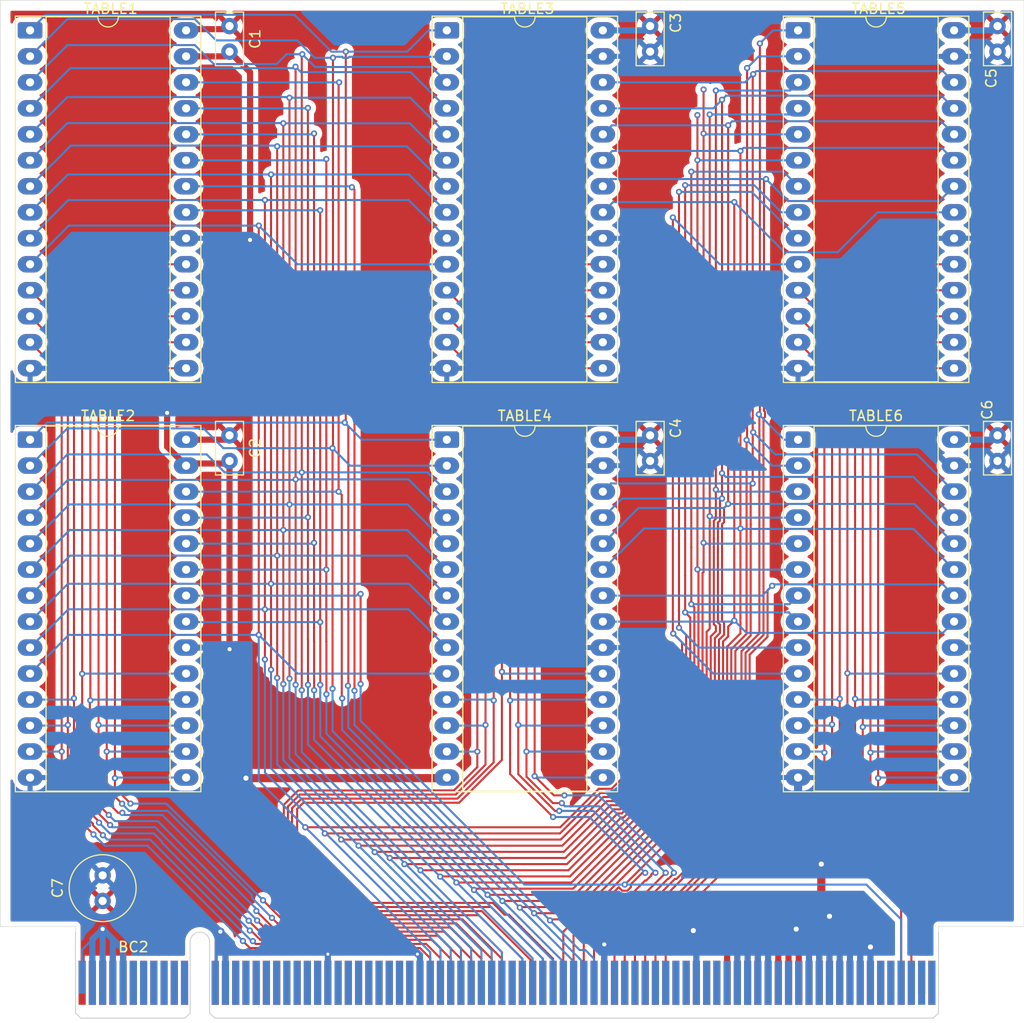
<source format=kicad_pcb>
(kicad_pcb (version 20241229) (generator "pcbnew") (generator_version "9.0")
  (layers (0 "F.Cu" signal) (2 "B.Cu" signal) (13 "F.Paste" user) (15 "B.Paste" user) (5 "F.SilkS" user "F.Silkscreen") (7 "B.SilkS" user "B.Silkscreen") (1 "F.Mask" user) (3 "B.Mask" user) (25 "Edge.Cuts" user))
  (net 0 "")
  (net 1 "/AccumShiftLeft")
  (net 2 "/ALUS3")
  (net 5 "GND")
  (net 6 "/L4")
  (net 10 "VCC")
  (net 11 "/STATE2")
  (net 12 "/STATE16")
  (net 14 "/AccumShiftRight")
  (net 17 "/R0")
  (net 19 "/STATE5")
  (net 21 "/L1")
  (net 22 "/R1")
  (net 23 "/R4")
  (net 24 "/R2")
  (net 27 "/STATE8")
  (net 31 "/ALUS2")
  (net 33 "/STATE0")
  (net 35 "/ALUS0")
  (net 37 "/L2")
  (net 38 "/~{ALUCarryIn}")
  (net 39 "/~{SCClear}")
  (net 41 "/SPIncrement")
  (net 43 "/STATE1")
  (net 46 "/STATE7")
  (net 47 "/STATE9")
  (net 49 "/~{FlagsUpdate}")
  (net 50 "/L0")
  (net 52 "/ALUM")
  (net 53 "/STATE15")
  (net 59 "/SPDecrement")
  (net 63 "/~{Halt}")
  (net 67 "/STATE12")
  (net 68 "/STATE3")
  (net 69 "/R3")
  (net 74 "/L3")
  (net 75 "/STATE6")
  (net 78 "/STATE10")
  (net 81 "/PCIncrement")
  (net 83 "/STATE4")
  (net 89 "/STATE11")
  (net 90 "/STATE14")
  (net 96 "/STATE13")
  (net 97 "/ALUS1")
  (footprint "Package_DIP:DIP-28_W15.24mm_Socket_LongPads" (layer "F.Cu") (at 96.62 95.92)
    (property "Reference" "TABLE4")
    (property "Value" "28C256")
  )
  (footprint "Package_DIP:DIP-28_W15.24mm_Socket_LongPads" (layer "F.Cu") (at 130.932207 55.92)
    (property "Reference" "TABLE5")
    (property "Value" "28C256")
  )
  (footprint "Capacitor_THT:C_Disc_D5.0mm_W2.5mm_P2.50mm" (layer "F.Cu") (at 116.48 95.5 -90)
    (property "Reference" "C4")
    (property "Value" "C")
  )
  (footprint "Package_DIP:DIP-28_W15.24mm_Socket_LongPads" (layer "F.Cu") (at 130.932207 95.92)
    (property "Reference" "TABLE6")
    (property "Value" "28C256")
  )
  (footprint "Capacitor_THT:C_Disc_D5.0mm_W2.5mm_P2.50mm" (layer "F.Cu") (at 150.412207 55.5 -90)
    (property "Reference" "C5")
    (property "Value" "C")
  )
  (footprint "Package_DIP:DIP-28_W15.24mm_Socket_LongPads" (layer "F.Cu") (at 55.913487 55.92)
    (property "Reference" "TABLE1")
    (property "Value" "28C256")
  )
  (footprint "Package_DIP:DIP-28_W15.24mm_Socket_LongPads" (layer "F.Cu") (at 96.62 55.92)
    (property "Reference" "TABLE3")
    (property "Value" "28C256")
  )
  (footprint "Capacitor_THT:C_Disc_D5.0mm_W2.5mm_P2.50mm" (layer "F.Cu") (at 150.412207 95.5 -90)
    (property "Reference" "C6")
    (property "Value" "C")
  )
  (footprint "Capacitor_THT:C_Radial_D6.3mm_H5.0mm_P2.50mm" (layer "F.Cu") (at 63 141 90)
    (property "Reference" "C7")
    (property "Value" "C")
  )
  (footprint "Package_DIP:DIP-28_W15.24mm_Socket_LongPads" (layer "F.Cu") (at 55.913487 95.92)
    (property "Reference" "TABLE2")
    (property "Value" "28C256")
  )
  (footprint "Capacitor_THT:C_Disc_D5.0mm_W2.5mm_P2.50mm" (layer "F.Cu") (at 75.393487 55.5 -90)
    (property "Reference" "C1")
    (property "Value" "C")
  )
  (footprint "Connector_PCBEdge:BUS_PCIexpress_x16" (layer "F.Cu") (at 61 149)
    (property "Reference" "BC2")
    (property "Value" "BusConnector")
    (fp_line (start -0.65 -4.95) (end -0.65 2.95) (stroke (width 0.1)) (layer "Edge.Cuts"))
    (fp_line (start -0.65 2.95) (end -0.15 3.45) (stroke (width 0.1)) (layer "Edge.Cuts"))
    (fp_line (start -0.15 3.45) (end 10.05 3.45) (stroke (width 0.1)) (layer "Edge.Cuts"))
    (fp_line (start 10.55 -4) (end 10.55 2.95) (stroke (width 0.1)) (layer "Edge.Cuts"))
    (fp_line (start 10.55 2.95) (end 10.05 3.45) (stroke (width 0.1)) (layer "Edge.Cuts"))
    (fp_line (start 12.45 -4) (end 12.45 2.95) (stroke (width 0.1)) (layer "Edge.Cuts"))
    (fp_line (start 12.45 2.95) (end 12.95 3.45) (stroke (width 0.1)) (layer "Edge.Cuts"))
    (fp_line (start 12.95 3.45) (end 83.15 3.45) (stroke (width 0.1)) (layer "Edge.Cuts"))
    (fp_line (start 83.65 -4.95) (end 83.65 2.95) (stroke (width 0.1)) (layer "Edge.Cuts"))
    (fp_line (start 83.65 2.95) (end 83.15 3.45) (stroke (width 0.1)) (layer "Edge.Cuts"))
    (fp_arc (start 10.55 -4) (mid 11.5 -4.95) (end 12.45 -4) (stroke (width 0.1)) (layer "Edge.Cuts"))
  )
  (footprint "Capacitor_THT:C_Disc_D5.0mm_W2.5mm_P2.50mm" (layer "F.Cu") (at 75.393487 95.5 -90)
    (property "Reference" "C2")
    (property "Value" "C")
  )
  (footprint "Capacitor_THT:C_Disc_D5.0mm_W2.5mm_P2.50mm" (layer "F.Cu") (at 116.48 55.5 -90)
    (property "Reference" "C3")
    (property "Value" "C")
  )
  (gr_line (start 53 143.5) (end 53 53) (stroke (width 0.05)) (layer "Edge.Cuts"))
  (gr_line (start 153 53) (end 153 143.5) (stroke (width 0.05)) (layer "Edge.Cuts"))
  (gr_line (start 53 143.5) (end 60.35 143.5) (stroke (width 0.05)) (layer "Edge.Cuts"))
  (gr_line (start 153 53) (end 53 53) (stroke (width 0.05)) (layer "Edge.Cuts"))
  (gr_line (start 144.65 143.5) (end 144.65 144.05) (stroke (width 0.05)) (layer "Edge.Cuts"))
  (gr_line (start 60.35 144.05) (end 60.35 143.5) (stroke (width 0.05)) (layer "Edge.Cuts"))
  (gr_line (start 144.65 143.5) (end 153 143.5) (stroke (width 0.05)) (layer "Edge.Cuts"))
  (segment (start 139.68 81.32) (end 136.5 84.5) (width 0.2) (layer "F.Cu") (net 1))
  (segment (start 136.5 129.7684) (end 130.2684 136) (width 0.2) (layer "F.Cu") (net 1))
  (segment (start 146.172207 81.32) (end 139.68 81.32) (width 0.2) (layer "F.Cu") (net 1))
  (segment (start 130.2684 136) (end 124.75 136) (width 0.2) (layer "F.Cu") (net 1))
  (segment (start 124.75 136) (end 117 143.75) (width 0.2) (layer "F.Cu") (net 1))
  (segment (start 117 143.75) (end 117 149) (width 0.2) (layer "F.Cu") (net 1))
  (segment (start 136.5 84.5) (end 136.5 121.25) (width 0.2) (layer "F.Cu") (net 1))
  (segment (start 136.5 121.25) (end 136.5 129.7684) (width 0.2) (layer "F.Cu") (net 1))
  (via (at 136.5 121.25) (size 0.6) (drill 0.3) (layers "F.Cu" "B.Cu") (net 1))
  (segment (start 136.57 121.32) (end 136.5 121.25) (width 0.2) (layer "B.Cu") (net 1))
  (segment (start 146.172207 121.32) (end 136.57 121.32) (width 0.2) (layer "B.Cu") (net 1))
  (segment (start 134.25 123.75) (end 134.25 130.3171) (width 0.2) (layer "F.Cu") (net 2))
  (segment (start 134.25 130.3171) (end 130.1661 134.401) (width 0.2) (layer "F.Cu") (net 2))
  (segment (start 114 144.5) (end 114 149) (width 0.2) (layer "F.Cu") (net 2))
  (segment (start 117 141.467046) (end 117 141.5) (width 0.2) (layer "F.Cu") (net 2))
  (segment (start 130.1661 134.401) (end 124.066046 134.401) (width 0.2) (layer "F.Cu") (net 2))
  (segment (start 134.25 123.75) (end 134.25 87.177793) (width 0.2) (layer "F.Cu") (net 2))
  (segment (start 134.25 87.177793) (end 130.932207 83.86) (width 0.2) (layer "F.Cu") (net 2))
  (segment (start 124.066046 134.401) (end 117 141.467046) (width 0.2) (layer "F.Cu") (net 2))
  (segment (start 117 141.5) (end 114 144.5) (width 0.2) (layer "F.Cu") (net 2))
  (via (at 134.25 123.75) (size 0.6) (drill 0.3) (layers "F.Cu" "B.Cu") (net 2))
  (segment (start 134.22 123.75) (end 134.11 123.86) (width 0.2) (layer "B.Cu") (net 2))
  (segment (start 134.25 123.75) (end 134.22 123.75) (width 0.2) (layer "B.Cu") (net 2))
  (segment (start 134.11 123.86) (end 130.932207 123.86) (width 0.2) (layer "B.Cu") (net 2))
  (segment (start 130.75 143.75) (end 131 143.5) (width 0.6) (layer "F.Cu") (net 5))
  (segment (start 138 149) (end 138 145.9) (width 0.6) (layer "F.Cu") (net 5))
  (segment (start 93.75 146.299265) (end 94 146.549265) (width 0.2) (layer "F.Cu") (net 5))
  (segment (start 131 149) (end 131 143.5) (width 0.6) (layer "F.Cu") (net 5))
  (segment (start 71.153487 58.46) (end 74.933487 58.46) (width 0.6) (layer "F.Cu") (net 5))
  (segment (start 85 149) (end 85 146.2) (width 0.2) (layer "F.Cu") (net 5))
  (segment (start 135.45 143.95) (end 137 145.5) (width 0.6) (layer "F.Cu") (net 5))
  (segment (start 128 149) (end 128 145.75) (width 0.6) (layer "F.Cu") (net 5))
  (segment (start 75.393487 98) (end 75.393487 116.393487) (width 0.6) (layer "F.Cu") (net 5))
  (segment (start 134 142.1) (end 134 142.5) (width 0.6) (layer "F.Cu") (net 5))
  (segment (start 93.75 146.2) (end 93.75 146.299265) (width 0.2) (layer "F.Cu") (net 5))
  (segment (start 132 149) (end 132 144.5) (width 0.6) (layer "F.Cu") (net 5))
  (segment (start 133.2 141.3) (end 131 143.5) (width 0.8) (layer "F.Cu") (net 5))
  (segment (start 134.25 142.75) (end 135.45 143.95) (width 0.6) (layer "F.Cu") (net 5))
  (segment (start 112 149) (end 112 145.25) (width 0.6) (layer "F.Cu") (net 5))
  (segment (start 74.933487 58.46) (end 75.393487 58) (width 0.6) (layer "F.Cu") (net 5))
  (segment (start 96.62 128.94) (end 96.56 129) (width 0.8) (layer "F.Cu") (net 5))
  (segment (start 134 145.5) (end 134 142.1) (width 0.6) (layer "F.Cu") (net 5))
  (segment (start 126 143.75) (end 130.75 143.75) (width 0.6) (layer "F.Cu") (net 5))
  (segment (start 75.393487 116.393487) (end 75.4 116.4) (width 0.6) (layer "F.Cu") (net 5))
  (segment (start 96.56 129) (end 77 129) (width 0.8) (layer "F.Cu") (net 5))
  (segment (start 127 149) (end 127 144.75) (width 0.6) (layer "F.Cu") (net 5))
  (segment (start 94 146.549265) (end 94 149) (width 0.2) (layer "F.Cu") (net 5))
  (segment (start 133.2 137.4) (end 133.2 141.3) (width 0.8) (layer "F.Cu") (net 5))
  (segment (start 124 149) (end 124 145.75) (width 0.6) (layer "F.Cu") (net 5))
  (segment (start 74.5 144) (end 74.051 144.449) (width 0.2) (layer "F.Cu") (net 5))
  (segment (start 133 149) (end 133 145.5) (width 0.6) (layer "F.Cu") (net 5))
  (segment (start 71.153487 98.46) (end 71.363487 98.25) (width 0.6) (layer "F.Cu") (net 5))
  (segment (start 134 142.5) (end 134.25 142.75) (width 0.6) (layer "F.Cu") (net 5))
  (segment (start 122.825 143.8) (end 122.875 143.75) (width 0.6) (layer "F.Cu") (net 5))
  (segment (start 129 149) (end 129 145.5) (width 0.6) (layer "F.Cu") (net 5))
  (segment (start 132 144.5) (end 131 143.5) (width 0.6) (layer "F.Cu") (net 5))
  (segment (start 77.4 60.006513) (end 75.393487 58) (width 0.6) (layer "F.Cu") (net 5))
  (segment (start 127 144.75) (end 126 143.75) (width 0.6) (layer "F.Cu") (net 5))
  (segment (start 75 144.5) (end 74.5 144) (width 0.6) (layer "F.Cu") (net 5))
  (segment (start 130 149) (end 130 144.5) (width 0.6) (layer "F.Cu") (net 5))
  (segment (start 137 149) (end 137 145.5) (width 0.6) (layer "F.Cu") (net 5))
  (segment (start 128 145.75) (end 127 144.75) (width 0.6) (layer "F.Cu") (net 5))
  (segment (start 138 145.9) (end 138 145.5) (width 0.6) (layer "F.Cu") (net 5))
  (segment (start 126 143.75) (end 122.875 143.75) (width 0.6) (layer "F.Cu") (net 5))
  (segment (start 134 142.1) (end 133.2 141.3) (width 0.6) (layer "F.Cu") (net 5))
  (segment (start 129 145.5) (end 130 144.5) (width 0.6) (layer "F.Cu") (net 5))
  (segment (start 77.4 76.4) (end 77.4 60.006513) (width 0.6) (layer "F.Cu") (net 5))
  (segment (start 124 145.75) (end 125 144.75) (width 0.6) (layer "F.Cu") (net 5))
  (segment (start 125 144.75) (end 125 149) (width 0.6) (layer "F.Cu") (net 5))
  (segment (start 137 145.5) (end 138 145.5) (width 0.6) (layer "F.Cu") (net 5))
  (segment (start 74.051 144.449) (end 74.051 149) (width 0.2) (layer "F.Cu") (net 5))
  (segment (start 69.3 93.3) (end 69.3 96.606513) (width 0.6) (layer "F.Cu") (net 5))
  (segment (start 126 143.75) (end 126 149) (width 0.6) (layer "F.Cu") (net 5))
  (segment (start 134 149) (end 134 145.5) (width 0.6) (layer "F.Cu") (net 5))
  (segment (start 75 149) (end 75 144.5) (width 0.6) (layer "F.Cu") (net 5))
  (segment (start 121 145.625) (end 121 149) (width 0.6) (layer "F.Cu") (net 5))
  (segment (start 120.8 143.8) (end 122.825 143.8) (width 0.6) (layer "F.Cu") (net 5))
  (segment (start 75.143487 98.25) (end 75.393487 98) (width 0.6) (layer "F.Cu") (net 5))
  (segment (start 133 145.5) (end 132 144.5) (width 0.6) (layer "F.Cu") (net 5))
  (segment (start 130 144.5) (end 131 143.5) (width 0.6) (layer "F.Cu") (net 5))
  (segment (start 69.3 96.606513) (end 71.153487 98.46) (width 0.6) (layer "F.Cu") (net 5))
  (segment (start 125 144.75) (end 126 143.75) (width 0.6) (layer "F.Cu") (net 5))
  (segment (start 71.363487 98.25) (end 75.143487 98.25) (width 0.6) (layer "F.Cu") (net 5))
  (segment (start 120.7 143.9) (end 120.8 143.8) (width 0.6) (layer "F.Cu") (net 5))
  (segment (start 122.875 143.75) (end 121 145.625) (width 0.6) (layer "F.Cu") (net 5))
  (via (at 77.4 76.4) (size 0.8) (drill 0.4) (layers "F.Cu" "B.Cu") (net 5))
  (via (at 75.4 116.4) (size 0.8) (drill 0.4) (layers "F.Cu" "B.Cu") (net 5))
  (via (at 138 145.5) (size 1) (drill 0.5) (layers "F.Cu" "B.Cu") (net 5))
  (via (at 69.3 93.3) (size 0.8) (drill 0.4) (layers "F.Cu" "B.Cu") (net 5))
  (via (at 85 146.2) (size 0.6) (drill 0.3) (layers "F.Cu" "B.Cu") (net 5))
  (via (at 134 142.5) (size 1) (drill 0.5) (layers "F.Cu" "B.Cu") (net 5))
  (via (at 133.2 137.4) (size 1) (drill 0.5) (layers "F.Cu" "B.Cu") (net 5))
  (via (at 93.75 146.2) (size 0.6) (drill 0.3) (layers "F.Cu" "B.Cu") (net 5))
  (via (at 77 129) (size 1) (drill 0.5) (layers "F.Cu" "B.Cu") (net 5))
  (via (at 112 145.25) (size 0.8) (drill 0.4) (layers "F.Cu" "B.Cu") (net 5))
  (via (at 74.5 144) (size 0.8) (drill 0.4) (layers "F.Cu" "B.Cu") (net 5))
  (via (at 120.7 143.9) (size 1) (drill 0.5) (layers "F.Cu" "B.Cu") (net 5))
  (via (at 130.75 143.75) (size 1) (drill 0.5) (layers "F.Cu" "B.Cu") (net 5))
  (segment (start 136 145.7) (end 135.2 144.9) (width 0.6) (layer "B.Cu") (net 5))
  (segment (start 120.7 143.9) (end 119.35 145.25) (width 0.6) (layer "B.Cu") (net 5))
  (segment (start 138 149) (end 138 145.5) (width 0.6) (layer "B.Cu") (net 5))
  (segment (start 137 149) (end 137 145.4) (width 0.6) (layer "B.Cu") (net 5))
  (segment (start 133 145.6) (end 133.5 145.1) (width 0.6) (layer "B.Cu") (net 5))
  (segment (start 75 144.5) (end 74.5 144) (width 0.6) (layer "B.Cu") (net 5))
  (segment (start 75 149) (end 75 144.5) (width 0.6) (layer "B.Cu") (net 5))
  (segment (start 127 149) (end 127 145.7) (width 0.6) (layer "B.Cu") (net 5))
  (segment (start 74.051 144.449) (end 74.051 149) (width 0.2) (layer "B.Cu") (net 5))
  (segment (start 130.932207 128.94) (end 130.932207 135.132207) (width 0.8) (layer "B.Cu") (net 5))
  (segment (start 71.153487 116.24) (end 75.24 116.24) (width 0.6) (layer "B.Cu") (net 5))
  (segment (start 148.99 116.24) (end 149 116.25) (width 0.6) (layer "B.Cu") (net 5))
  (segment (start 125 146) (end 124.9 145.9) (width 0.6) (layer "B.Cu") (net 5))
  (segment (start 145.66 98.46) (end 143.6 96.4) (width 0.6) (layer "B.Cu") (net 5))
  (segment (start 94 149) (end 94 146.45) (width 0.6) (layer "B.Cu") (net 5))
  (segment (start 132 149) (end 132 145) (width 0.6) (layer "B.Cu") (net 5))
  (segment (start 146.172207 98.46) (end 145.66 98.46) (width 0.6) (layer "B.Cu") (net 5))
  (segment (start 121 149) (end 121 144.2) (width 0.6) (layer "B.Cu") (net 5))
  (segment (start 135 145.1) (end 135.2 144.9) (width 0.6) (layer "B.Cu") (net 5))
  (segment (start 133 149) (end 133 145.6) (width 0.6) (layer "B.Cu") (net 5))
  (segment (start 121 144.2) (end 120.7 143.9) (width 0.6) (layer "B.Cu") (net 5))
  (segment (start 126 149) (end 126 145.8) (width 0.6) (layer "B.Cu") (net 5))
  (segment (start 137 145.4) (end 137.1 145.3) (width 0.6) (layer "B.Cu") (net 5))
  (segment (start 135 149) (end 135 145.1) (width 0.6) (layer "B.Cu") (net 5))
  (segment (start 134 149) (end 134 145.6) (width 0.6) (layer "B.Cu") (net 5))
  (segment (start 134 145.6) (end 133.5 145.1) (width 0.6) (layer "B.Cu") (net 5))
  (segment (start 146.172207 116.24) (end 148.99 116.24) (width 0.6) (layer "B.Cu") (net 5))
  (segment (start 74.5 144) (end 74.051 144.449) (width 0.2) (layer "B.Cu") (net 5))
  (segment (start 85 149) (end 85 146.2) (width 0.6) (layer "B.Cu") (net 5))
  (segment (start 75.24 116.24) (end 75.4 116.4) (width 0.6) (layer "B.Cu") (net 5))
  (segment (start 128 145.6) (end 128.1 145.5) (width 0.6) (layer "B.Cu") (net 5))
  (segment (start 130.932207 135.132207) (end 133.2 137.4) (width 0.8) (layer "B.Cu") (net 5))
  (segment (start 136 149) (end 136 145.7) (width 0.6) (layer "B.Cu") (net 5))
  (segment (start 132 145) (end 130.75 143.75) (width 0.6) (layer "B.Cu") (net 5))
  (segment (start 112 149) (end 112 145.25) (width 0.6) (layer "B.Cu") (net 5))
  (segment (start 94 146.45) (end 93.75 146.2) (width 0.6) (layer "B.Cu") (net 5))
  (segment (start 125 149) (end 125 146) (width 0.6) (layer "B.Cu") (net 5))
  (segment (start 128 149) (end 128 145.6) (width 0.6) (layer "B.Cu") (net 5))
  (segment (start 119.35 145.25) (end 112 145.25) (width 0.6) (layer "B.Cu") (net 5))
  (segment (start 141 141) (end 141 149) (width 0.2) (layer "F.Cu") (net 6))
  (segment (start 138 87.75) (end 138 126.5) (width 0.2) (layer "F.Cu") (net 6))
  (segment (start 138 126.5) (end 138 138) (width 0.2) (layer "F.Cu") (net 6))
  (segment (start 139.35 86.4) (end 138 87.75) (width 0.2) (layer "F.Cu") (net 6))
  (segment (start 138 138) (end 141 141) (width 0.2) (layer "F.Cu") (net 6))
  (segment (start 146.172207 86.4) (end 139.35 86.4) (width 0.2) (layer "F.Cu") (net 6))
  (via (at 138 126.5) (size 0.6) (drill 0.3) (layers "F.Cu" "B.Cu") (net 6))
  (segment (start 138.1 126.4) (end 138 126.5) (width 0.2) (layer "B.Cu") (net 6))
  (segment (start 146.172207 126.4) (end 138.1 126.4) (width 0.2) (layer "B.Cu") (net 6))
  (segment (start 61 145.75) (end 63 143.75) (width 0.2) (layer "F.Cu") (net 10))
  (segment (start 64 144.75) (end 63 143.75) (width 0.6) (layer "F.Cu") (net 10))
  (segment (start 62 149) (end 62 144.75) (width 0.6) (layer "F.Cu") (net 10))
  (segment (start 116.06 55.92) (end 116.48 55.5) (width 0.6) (layer "F.Cu") (net 10))
  (segment (start 65 149) (end 65 145.75) (width 0.6) (layer "F.Cu") (net 10))
  (segment (start 64 149) (end 64 144.75) (width 0.6) (layer "F.Cu") (net 10))
  (segment (start 75.093487 55.8) (end 75.393487 55.5) (width 0.6) (layer "F.Cu") (net 10))
  (segment (start 71.153487 55.92) (end 71.273487 55.8) (width 0.6) (layer "F.Cu") (net 10))
  (segment (start 65 145.75) (end 63 143.75) (width 0.6) (layer "F.Cu") (net 10))
  (segment (start 62 144.75) (end 63 143.75) (width 0.6) (layer "F.Cu") (net 10))
  (segment (start 61 149) (end 61 145.75) (width 0.2) (layer "F.Cu") (net 10))
  (segment (start 74.973487 95.92) (end 75.393487 95.5) (width 0.6) (layer "F.Cu") (net 10))
  (segment (start 71.153487 95.92) (end 74.973487 95.92) (width 0.6) (layer "F.Cu") (net 10))
  (segment (start 71.273487 55.8) (end 75.093487 55.8) (width 0.6) (layer "F.Cu") (net 10))
  (segment (start 63 149) (end 63 143.75) (width 0.6) (layer "F.Cu") (net 10))
  (via (at 63 143.75) (size 0.8) (drill 0.4) (layers "F.Cu" "B.Cu") (net 10))
  (segment (start 149.992207 95.92) (end 150.412207 95.5) (width 0.6) (layer "B.Cu") (net 10))
  (segment (start 62 149) (end 62 144.75) (width 0.6) (layer "B.Cu") (net 10))
  (segment (start 111.86 95.92) (end 116.06 95.92) (width 0.6) (layer "B.Cu") (net 10))
  (segment (start 149.992207 55.92) (end 150.412207 55.5) (width 0.6) (layer "B.Cu") (net 10))
  (segment (start 62 144.75) (end 63 143.75) (width 0.6) (layer "B.Cu") (net 10))
  (segment (start 64 149) (end 64 144.75) (width 0.6) (layer "B.Cu") (net 10))
  (segment (start 111.86 55.92) (end 116.06 55.92) (width 0.6) (layer "B.Cu") (net 10))
  (segment (start 116.06 55.92) (end 116.48 55.5) (width 0.6) (layer "B.Cu") (net 10))
  (segment (start 116.06 95.92) (end 116.48 95.5) (width 0.6) (layer "B.Cu") (net 10))
  (segment (start 65 149) (end 65 145.75) (width 0.6) (layer "B.Cu") (net 10))
  (segment (start 61 145.75) (end 62 144.75) (width 0.2) (layer "B.Cu") (net 10))
  (segment (start 61 148.45) (end 61 145.75) (width 0.2) (layer "B.Cu") (net 10))
  (segment (start 63 149) (end 63 143.75) (width 0.6) (layer "B.Cu") (net 10))
  (segment (start 64 144.75) (end 63 143.75) (width 0.6) (layer "B.Cu") (net 10))
  (segment (start 65 145.75) (end 63 143.75) (width 0.6) (layer "B.Cu") (net 10))
  (segment (start 146.172207 95.92) (end 149.992207 95.92) (width 0.6) (layer "B.Cu") (net 10))
  (segment (start 146.172207 55.92) (end 149.992207 55.92) (width 0.6) (layer "B.Cu") (net 10))
  (segment (start 120.397 123.4872) (end 120.397 113.296) (width 0.2) (layer "F.Cu") (net 11))
  (segment (start 107.75 135) (end 111.907 130.843) (width 0.2) (layer "F.Cu") (net 11))
  (segment (start 120.397 113.296) (end 119.901 112.8) (width 0.2) (layer "F.Cu") (net 11))
  (segment (start 119.9 71.05) (end 119.901 71.051) (width 0.2) (layer "F.Cu") (net 11))
  (segment (start 86.3 135) (end 107.75 135) (width 0.2) (layer "F.Cu") (net 11))
  (segment (start 119.901 71.051) (end 119.901 109.201) (width 0.2) (layer "F.Cu") (net 11))
  (segment (start 114.163 129.7212) (end 120.397 123.4872) (width 0.2) (layer "F.Cu") (net 11))
  (segment (start 113.048249 130.843) (end 114.163 129.728249) (width 0.2) (layer "F.Cu") (net 11))
  (segment (start 119.901 109.201) (end 119.9 109.2) (width 0.2) (layer "F.Cu") (net 11))
  (segment (start 79.45 110) (end 79.45 70) (width 0.2) (layer "F.Cu") (net 11))
  (segment (start 119.9 112.799) (end 119.901 112.8) (width 0.2) (layer "F.Cu") (net 11))
  (segment (start 111.907 130.843) (end 113.048249 130.843) (width 0.2) (layer "F.Cu") (net 11))
  (segment (start 119.9 109.2) (end 119.9 112.799) (width 0.2) (layer "F.Cu") (net 11))
  (segment (start 79.45 110) (end 79.45 118.4) (width 0.2) (layer "F.Cu") (net 11))
  (segment (start 114.163 129.728249) (end 114.163 129.7212) (width 0.2) (layer "F.Cu") (net 11))
  (via (at 79.45 110) (size 0.6) (drill 0.3) (layers "F.Cu" "B.Cu") (net 11))
  (via (at 86.3 135) (size 0.6) (drill 0.3) (layers "F.Cu" "B.Cu") (net 11))
  (via (at 119.9 71.05) (size 0.6) (drill 0.3) (layers "F.Cu" "B.Cu") (net 11))
  (via (at 119.901 112.8) (size 0.6) (drill 0.3) (layers "F.Cu" "B.Cu") (net 11))
  (via (at 79.45 118.4) (size 0.6) (drill 0.3) (layers "F.Cu" "B.Cu") (net 11))
  (via (at 79.45 70) (size 0.6) (drill 0.3) (layers "F.Cu" "B.Cu") (net 11))
  (segment (start 86.325 134.925) (end 88 136.6) (width 0.2) (layer "B.Cu") (net 11))
  (segment (start 86.3 135) (end 86.3 134.95) (width 0.2) (layer "B.Cu") (net 11))
  (segment (start 79.25 110) (end 59.613487 110) (width 0.2) (layer "B.Cu") (net 11))
  (segment (start 129.3 73.7) (end 126.65 71.05) (width 0.2) (layer "B.Cu") (net 11))
  (segment (start 59.613487 70) (end 79.45 70) (width 0.2) (layer "B.Cu") (net 11))
  (segment (start 96.62 113.7) (end 92.92 110) (width 0.2) (layer "B.Cu") (net 11))
  (segment (start 96.62 73.7) (end 92.92 70) (width 0.2) (layer "B.Cu") (net 11))
  (segment (start 130.032207 112.8) (end 119.901 112.8) (width 0.2) (layer "B.Cu") (net 11))
  (segment (start 79.25 110) (end 79.45 110) (width 0.2) (layer "B.Cu") (net 11))
  (segment (start 86.3 134.95) (end 86.325 134.925) (width 0.2) (layer "B.Cu") (net 11))
  (segment (start 130.932207 113.7) (end 130.032207 112.8) (width 0.2) (layer "B.Cu") (net 11))
  (segment (start 59.613487 110) (end 55.913487 113.7) (width 0.2) (layer "B.Cu") (net 11))
  (segment (start 92.92 110) (end 79.45 110) (width 0.2) (layer "B.Cu") (net 11))
  (segment (start 92.92 70) (end 79.45 70) (width 0.2) (layer "B.Cu") (net 11))
  (segment (start 79.45 128.05) (end 86.325 134.925) (width 0.2) (layer "B.Cu") (net 11))
  (segment (start 79.45 118.4) (end 79.45 128.05) (width 0.2) (layer "B.Cu") (net 11))
  (segment (start 55.913487 73.7) (end 59.613487 70) (width 0.2) (layer "B.Cu") (net 11))
  (segment (start 88 136.6) (end 97 145.6) (width 0.2) (layer "B.Cu") (net 11))
  (segment (start 126.65 71.05) (end 119.9 71.05) (width 0.2) (layer "B.Cu") (net 11))
  (segment (start 130.932207 73.7) (end 129.3 73.7) (width 0.2) (layer "B.Cu") (net 11))
  (segment (start 97 145.6) (end 97 149) (width 0.2) (layer "B.Cu") (net 11))
  (segment (start 127.953 110.647) (end 128.4 110.2) (width 0.2) (layer "F.Cu") (net 12))
  (segment (start 127.953 115.1812) (end 127.953 110.647) (width 0.2) (layer "F.Cu") (net 12))
  (segment (start 114 139.4) (end 125.65 127.75) (width 0.2) (layer "F.Cu") (net 12))
  (segment (start 88.2 111) (end 88.2 119.8) (width 0.2) (layer "F.Cu") (net 12))
  (segment (start 125.65 127.75) (end 126.202 127.198) (width 0.2) (layer "F.Cu") (net 12))
  (segment (start 126.202 127.198) (end 126.202 116.9322) (width 0.2) (layer "F.Cu") (net 12))
  (segment (start 126.202 116.9322) (end 127.953 115.1812) (width 0.2) (layer "F.Cu") (net 12))
  (via (at 114 139.4) (size 0.6) (drill 0.3) (layers "F.Cu" "B.Cu") (net 12))
  (via (at 128.4 110.2) (size 0.6) (drill 0.3) (layers "F.Cu" "B.Cu") (net 12))
  (via (at 88.2 119.8) (size 0.6) (drill 0.3) (layers "F.Cu" "B.Cu") (net 12))
  (via (at 88.2 111) (size 0.6) (drill 0.3) (layers "F.Cu" "B.Cu") (net 12))
  (segment (start 104.2 139.4) (end 137.6 139.4) (width 0.2) (layer "B.Cu") (net 12))
  (segment (start 128.541 110.059) (end 128.4 110.2) (width 0.2) (layer "B.Cu") (net 12))
  (segment (start 88.2 119.8) (end 88.2 123.4) (width 0.2) (layer "B.Cu") (net 12))
  (segment (start 87.95 111) (end 87.79 111.16) (width 0.2) (layer "B.Cu") (net 12))
  (segment (start 88.2 111) (end 87.95 111) (width 0.2) (layer "B.Cu") (net 12))
  (segment (start 145.071207 110.059) (end 128.541 110.059) (width 0.2) (layer "B.Cu") (net 12))
  (segment (start 137.6 139.4) (end 141 142.8) (width 0.2) (layer "B.Cu") (net 12))
  (segment (start 111.86 111.16) (end 127.44 111.16) (width 0.2) (layer "B.Cu") (net 12))
  (segment (start 88.2 123.4) (end 104.2 139.4) (width 0.2) (layer "B.Cu") (net 12))
  (segment (start 127.44 111.16) (end 128.4 110.2) (width 0.2) (layer "B.Cu") (net 12))
  (segment (start 87.79 111.16) (end 71.153487 111.16) (width 0.2) (layer "B.Cu") (net 12))
  (segment (start 146.172207 111.16) (end 145.071207 110.059) (width 0.2) (layer "B.Cu") (net 12))
  (segment (start 141 142.8) (end 141 149) (width 0.2) (layer "B.Cu") (net 12))
  (segment (start 137.25 124) (end 137.25 129.5855) (width 0.2) (layer "F.Cu") (net 14))
  (segment (start 137.25 85) (end 137.25 124) (width 0.2) (layer "F.Cu") (net 14))
  (segment (start 138.39 83.86) (end 137.25 85) (width 0.2) (layer "F.Cu") (net 14))
  (segment (start 118 143.75) (end 118 149) (width 0.2) (layer "F.Cu") (net 14))
  (segment (start 137.25 129.5855) (end 130.3355 136.5) (width 0.2) (layer "F.Cu") (net 14))
  (segment (start 146.172207 83.86) (end 138.39 83.86) (width 0.2) (layer "F.Cu") (net 14))
  (segment (start 125.25 136.5) (end 118 143.75) (width 0.2) (layer "F.Cu") (net 14))
  (segment (start 130.3355 136.5) (end 125.25 136.5) (width 0.2) (layer "F.Cu") (net 14))
  (via (at 137.25 124) (size 0.6) (drill 0.3) (layers "F.Cu" "B.Cu") (net 14))
  (segment (start 137.39 123.86) (end 137.25 124) (width 0.2) (layer "B.Cu") (net 14))
  (segment (start 146.172207 123.86) (end 137.39 123.86) (width 0.2) (layer "B.Cu") (net 14))
  (segment (start 65.716365 131.466365) (end 65.716365 131.483635) (width 0.3) (layer "F.Cu") (net 17))
  (segment (start 65.66 88.94) (end 64.2 90.4) (width 0.2) (layer "F.Cu") (net 17))
  (segment (start 78.666365 140.933635) (end 80.52873 142.796) (width 0.2) (layer "F.Cu") (net 17))
  (segment (start 102 146.65) (end 102 149) (width 0.2) (layer "F.Cu") (net 17))
  (segment (start 98.146 142.796) (end 102 146.65) (width 0.2) (layer "F.Cu") (net 17))
  (segment (start 64.2 129.95) (end 64.2 129) (width 0.2) (layer "F.Cu") (net 17))
  (segment (start 71.153487 88.94) (end 65.66 88.94) (width 0.2) (layer "F.Cu") (net 17))
  (segment (start 64.2 90.4) (end 64.2 129) (width 0.2) (layer "F.Cu") (net 17))
  (segment (start 80.52873 142.796) (end 98.146 142.796) (width 0.2) (layer "F.Cu") (net 17))
  (segment (start 64.2 129.95) (end 65.716365 131.466365) (width 0.2) (layer "F.Cu") (net 17))
  (via (at 78.666365 140.933635) (size 0.6) (drill 0.3) (layers "F.Cu" "B.Cu") (net 17))
  (via (at 65.716365 131.483635) (size 0.6) (drill 0.3) (layers "F.Cu" "B.Cu") (net 17))
  (via (at 64.2 129) (size 0.6) (drill 0.3) (layers "F.Cu" "B.Cu") (net 17))
  (segment (start 71.153487 128.94) (end 64.26 128.94) (width 0.2) (layer "B.Cu") (net 17))
  (segment (start 64.26 128.94) (end 64.2 129) (width 0.2) (layer "B.Cu") (net 17))
  (segment (start 65.716365 131.483635) (end 69.216365 131.483635) (width 0.2) (layer "B.Cu") (net 17))
  (segment (start 69.216365 131.483635) (end 78.666365 140.933635) (width 0.2) (layer "B.Cu") (net 17))
  (segment (start 121.6 108.951946) (end 121.644421 108.907526) (width 0.2) (layer "F.Cu") (net 19))
  (segment (start 115.366 130.2195) (end 121.6 123.9855) (width 0.2) (layer "F.Cu") (net 19))
  (segment (start 115.366 130.226549) (end 115.366 130.2195) (width 0.2) (layer "F.Cu") (net 19))
  (segment (start 121.703 106.003) (end 121.7 106) (width 0.2) (layer "F.Cu") (net 19))
  (segment (start 81.25 119.270987) (end 81.251 119.271987) (width 0.2) (layer "F.Cu") (net 19))
  (segment (start 91.048528 136.8) (end 108.2 136.8) (width 0.2) (layer "F.Cu") (net 19))
  (segment (start 121.644421 108.907522) (end 121.703 108.848943) (width 0.2) (layer "F.Cu") (net 19))
  (segment (start 121.6 123.9855) (end 121.6 108.951946) (width 0.2) (layer "F.Cu") (net 19))
  (segment (start 121.703 108.848943) (end 121.703 106.003) (width 0.2) (layer "F.Cu") (net 19))
  (segment (start 112.954 132.046) (end 113.546549 132.046) (width 0.2) (layer "F.Cu") (net 19))
  (segment (start 81.25 102.25) (end 81.25 119.270987) (width 0.2) (layer "F.Cu") (net 19))
  (segment (start 121.644421 108.907526) (end 121.644421 108.907522) (width 0.2) (layer "F.Cu") (net 19))
  (segment (start 113.546549 132.046) (end 115.366 130.226549) (width 0.2) (layer "F.Cu") (net 19))
  (segment (start 121.7 106) (end 121.7 66) (width 0.2) (layer "F.Cu") (net 19))
  (segment (start 81.25 102.25) (end 81.25 62.5) (width 0.2) (layer "F.Cu") (net 19))
  (segment (start 121.7 66) (end 121.7 61.7) (width 0.2) (layer "F.Cu") (net 19))
  (segment (start 108.2 136.8) (end 112.954 132.046) (width 0.2) (layer "F.Cu") (net 19))
  (via (at 91.048528 136.8) (size 0.6) (drill 0.3) (layers "F.Cu" "B.Cu") (net 19))
  (via (at 81.25 102.25) (size 0.6) (drill 0.3) (layers "F.Cu" "B.Cu") (net 19))
  (via (at 121.7 106) (size 0.6) (drill 0.3) (layers "F.Cu" "B.Cu") (net 19))
  (via (at 121.7 66) (size 0.6) (drill 0.3) (layers "F.Cu" "B.Cu") (net 19))
  (via (at 81.251 119.271987) (size 0.6) (drill 0.3) (layers "F.Cu" "B.Cu") (net 19))
  (via (at 81.25 62.5) (size 0.6) (drill 0.3) (layers "F.Cu" "B.Cu") (net 19))
  (via (at 121.7 61.7) (size 0.6) (drill 0.3) (layers "F.Cu" "B.Cu") (net 19))
  (segment (start 121.639 61.639) (end 121.7 61.7) (width 0.2) (layer "B.Cu") (net 19))
  (segment (start 59.743487 102.25) (end 81.25 102.25) (width 0.2) (layer "B.Cu") (net 19))
  (segment (start 59.554487 62.439) (end 81.189 62.439) (width 0.2) (layer "B.Cu") (net 19))
  (segment (start 130.932207 66.08) (end 121.78 66.08) (width 0.2) (layer "B.Cu") (net 19))
  (segment (start 121.78 106.08) (end 121.7 106) (width 0.2) (layer "B.Cu") (net 19))
  (segment (start 100 145.8) (end 100 149) (width 0.2) (layer "B.Cu") (net 19))
  (segment (start 81.25 127.05) (end 100 145.8) (width 0.2) (layer "B.Cu") (net 19))
  (segment (start 55.913487 66.08) (end 59.554487 62.439) (width 0.2) (layer "B.Cu") (net 19))
  (segment (start 130.932207 106.08) (end 121.78 106.08) (width 0.2) (layer "B.Cu") (net 19))
  (segment (start 96.62 66.08) (end 93.04 62.5) (width 0.2) (layer "B.Cu") (net 19))
  (segment (start 81.251 119.271987) (end 81.25 119.272987) (width 0.2) (layer "B.Cu") (net 19))
  (segment (start 81.25 119.272987) (end 81.25 127.05) (width 0.2) (layer "B.Cu") (net 19))
  (segment (start 55.913487 106.08) (end 59.743487 102.25) (width 0.2) (layer "B.Cu") (net 19))
  (segment (start 93.04 62.5) (end 81.25 62.5) (width 0.2) (layer "B.Cu") (net 19))
  (segment (start 96.62 106.08) (end 92.79 102.25) (width 0.2) (layer "B.Cu") (net 19))
  (segment (start 81.189 62.439) (end 81.25 62.5) (width 0.2) (layer "B.Cu") (net 19))
  (segment (start 121.78 66.08) (end 121.7 66) (width 0.2) (layer "B.Cu") (net 19))
  (segment (start 92.79 102.25) (end 81.25 102.25) (width 0.2) (layer "B.Cu") (net 19))
  (segment (start 62.049763 133.449763) (end 62.049763 133.596766) (width 0.2) (layer "F.Cu") (net 21))
  (segment (start 59.6 123.8) (end 59.6 131) (width 0.2) (layer "F.Cu") (net 21))
  (segment (start 62.049763 133.596766) (end 63.026495 134.573497) (width 0.2) (layer "F.Cu") (net 21))
  (segment (start 77.95147 145.2) (end 77.675735 144.924265) (width 0.2) (layer "F.Cu") (net 21))
  (segment (start 96 146.6) (end 94.6 145.2) (width 0.2) (layer "F.Cu") (net 21))
  (segment (start 96 149) (end 96 146.6) (width 0.2) (layer "F.Cu") (net 21))
  (segment (start 94.6 145.2) (end 77.95147 145.2) (width 0.2) (layer "F.Cu") (net 21))
  (segment (start 55.913487 83.86) (end 59.6 87.546513) (width 0.2) (layer "F.Cu") (net 21))
  (segment (start 59.6 131) (end 62.049763 133.449763) (width 0.2) (layer "F.Cu") (net 21))
  (segment (start 59.6 87.546513) (end 59.6 123.8) (width 0.2) (layer "F.Cu") (net 21))
  (via (at 63.026495 134.573497) (size 0.6) (drill 0.3) (layers "F.Cu" "B.Cu") (net 21))
  (via (at 77.675735 144.924265) (size 0.6) (drill 0.3) (layers "F.Cu" "B.Cu") (net 21))
  (via (at 59.6 123.8) (size 0.6) (drill 0.3) (layers "F.Cu" "B.Cu") (net 21))
  (segment (start 77.562991 144.924265) (end 77.675735 144.924265) (width 0.2) (layer "B.Cu") (net 21))
  (segment (start 63.452998 135) (end 66 135) (width 0.2) (layer "B.Cu") (net 21))
  (segment (start 63.026495 134.573497) (end 63.452998 135) (width 0.2) (layer "B.Cu") (net 21))
  (segment (start 59.54 123.86) (end 59.6 123.8) (width 0.2) (layer "B.Cu") (net 21))
  (segment (start 66 135) (end 67.638726 135) (width 0.2) (layer "B.Cu") (net 21))
  (segment (start 67.638726 135) (end 77.562991 144.924265) (width 0.2) (layer "B.Cu") (net 21))
  (segment (start 55.913487 123.86) (end 59.54 123.86) (width 0.2) (layer "B.Cu") (net 21))
  (segment (start 88.2608 142.395) (end 80.698 134.8322) (width 0.2) (layer "F.Cu") (net 22))
  (segment (start 95.4 130.2) (end 97.317049 130.2) (width 0.2) (layer "F.Cu") (net 22))
  (segment (start 80.698 131.6007) (end 82.0997 130.199) (width 0.2) (layer "F.Cu") (net 22))
  (segment (start 99.6 127.917049) (end 99.6 126.4) (width 0.2) (layer "F.Cu") (net 22))
  (segment (start 104 146.65) (end 99.745 142.395) (width 0.2) (layer "F.Cu") (net 22))
  (segment (start 99.745 142.395) (end 88.2608 142.395) (width 0.2) (layer "F.Cu") (net 22))
  (segment (start 95.399 130.199) (end 95.4 130.2) (width 0.2) (layer "F.Cu") (net 22))
  (segment (start 80.698 134.8322) (end 80.698 131.6007) (width 0.2) (layer "F.Cu") (net 22))
  (segment (start 82.0997 130.199) (end 95.399 130.199) (width 0.2) (layer "F.Cu") (net 22))
  (segment (start 104 149) (end 104 146.65) (width 0.2) (layer "F.Cu") (net 22))
  (segment (start 97.317049 130.2) (end 99.6 127.917049) (width 0.2) (layer "F.Cu") (net 22))
  (segment (start 99.6 89.38) (end 99.6 126.4) (width 0.2) (layer "F.Cu") (net 22))
  (segment (start 96.62 86.4) (end 99.6 89.38) (width 0.2) (layer "F.Cu") (net 22))
  (via (at 99.6 126.4) (size 0.6) (drill 0.3) (layers "F.Cu" "B.Cu") (net 22))
  (segment (start 96.62 126.4) (end 99.6 126.4) (width 0.2) (layer "B.Cu") (net 22))
  (segment (start 146.172207 88.94) (end 139.56 88.94) (width 0.2) (layer "F.Cu") (net 23))
  (segment (start 138.75 129) (end 138.75 136.75) (width 0.2) (layer "F.Cu") (net 23))
  (segment (start 138.75 136.75) (end 142 140) (width 0.2) (layer "F.Cu") (net 23))
  (segment (start 138.75 89.75) (end 138.75 129) (width 0.2) (layer "F.Cu") (net 23))
  (segment (start 142 140) (end 142 149) (width 0.2) (layer "F.Cu") (net 23))
  (segment (start 139.56 88.94) (end 138.75 89.75) (width 0.2) (layer "F.Cu") (net 23))
  (via (at 138.75 129) (size 0.6) (drill 0.3) (layers "F.Cu" "B.Cu") (net 23))
  (segment (start 138.81 128.94) (end 138.75 129) (width 0.2) (layer "B.Cu") (net 23))
  (segment (start 146.172207 128.94) (end 138.81 128.94) (width 0.2) (layer "B.Cu") (net 23))
  (segment (start 100.4 127.684149) (end 97.484149 130.6) (width 0.2) (layer "F.Cu") (net 24))
  (segment (start 97.484149 130.6) (end 82.2658 130.6) (width 0.2) (layer "F.Cu") (net 24))
  (segment (start 88.4269 141.994) (end 100.041943 141.994) (width 0.2) (layer "F.Cu") (net 24))
  (segment (start 100.041943 141.994) (end 105 146.952057) (width 0.2) (layer "F.Cu") (net 24))
  (segment (start 96.62 83.86) (end 100.4 87.64) (width 0.2) (layer "F.Cu") (net 24))
  (segment (start 105 146.952057) (end 105 149) (width 0.2) (layer "F.Cu") (net 24))
  (segment (start 81.099 134.6661) (end 88.4269 141.994) (width 0.2) (layer "F.Cu") (net 24))
  (segment (start 82.2658 130.6) (end 81.099 131.7668) (width 0.2) (layer "F.Cu") (net 24))
  (segment (start 81.099 131.7668) (end 81.099 134.6661) (width 0.2) (layer "F.Cu") (net 24))
  (segment (start 100.4 87.64) (end 100.4 123.8) (width 0.2) (layer "F.Cu") (net 24))
  (segment (start 100.4 123.8) (end 100.4 127.684149) (width 0.2) (layer "F.Cu") (net 24))
  (via (at 100.4 123.8) (size 0.6) (drill 0.3) (layers "F.Cu" "B.Cu") (net 24))
  (segment (start 96.62 123.86) (end 100.34 123.86) (width 0.2) (layer "B.Cu") (net 24))
  (segment (start 100.34 123.86) (end 100.4 123.8) (width 0.2) (layer "B.Cu") (net 24))
  (segment (start 123.103 106.581143) (end 123.103 105.418857) (width 0.2) (layer "F.Cu") (net 27))
  (segment (start 123.103 105.418857) (end 123.102 105.417857) (width 0.2) (layer "F.Cu") (net 27))
  (segment (start 123.102 113.784957) (end 123.102 106.582143) (width 0.2) (layer "F.Cu") (net 27))
  (segment (start 122.803 124.4838) (end 122.803 115.314043) (width 0.2) (layer "F.Cu") (net 27))
  (segment (start 123.302 101.868849) (end 123.5 101.670849) (width 0.2) (layer "F.Cu") (net 27))
  (segment (start 123.102 105.417857) (end 123.102 104.015043) (width 0.2) (layer "F.Cu") (net 27))
  (segment (start 83.05 103.5) (end 83.05 63.5) (width 0.2) (layer "F.Cu") (net 27))
  (segment (start 123.102 104.015043) (end 123.302 103.815043) (width 0.2) (layer "F.Cu") (net 27))
  (segment (start 114.044849 133.249) (end 116.569 130.724849) (width 0.2) (layer "F.Cu") (net 27))
  (segment (start 123.102 106.582143) (end 123.103 106.581143) (width 0.2) (layer "F.Cu") (net 27))
  (segment (start 123.302 103.815043) (end 123.302 101.868849) (width 0.2) (layer "F.Cu") (net 27))
  (segment (start 122.803 115.314043) (end 123.302 114.815043) (width 0.2) (layer "F.Cu") (net 27))
  (segment (start 95.975 138.625) (end 96 138.6) (width 0.2) (layer "F.Cu") (net 27))
  (segment (start 83.057621 119.87962) (end 83.057621 115.457621) (width 0.2) (layer "F.Cu") (net 27))
  (segment (start 123.5 99.2) (end 123.5 101.670849) (width 0.2) (layer "F.Cu") (net 27))
  (segment (start 96 138.6) (end 108.65 138.6) (width 0.2) (layer "F.Cu") (net 27))
  (segment (start 83.057621 115.457621) (end 83.05 115.45) (width 0.2) (layer "F.Cu") (net 27))
  (segment (start 108.65 138.6) (end 114.001 133.249) (width 0.2) (layer "F.Cu") (net 27))
  (segment (start 114.001 133.249) (end 114.044849 133.249) (width 0.2) (layer "F.Cu") (net 27))
  (segment (start 123.302 114.815043) (end 123.302 113.984957) (width 0.2) (layer "F.Cu") (net 27))
  (segment (start 83.05 115.45) (end 83.05 103.5) (width 0.2) (layer "F.Cu") (net 27))
  (segment (start 116.569 130.7178) (end 122.803 124.4838) (width 0.2) (layer "F.Cu") (net 27))
  (segment (start 123.5 99.2) (end 123.5 62.7) (width 0.2) (layer "F.Cu") (net 27))
  (segment (start 123.302 113.984957) (end 123.102 113.784957) (width 0.2) (layer "F.Cu") (net 27))
  (segment (start 116.569 130.724849) (end 116.569 130.7178) (width 0.2) (layer "F.Cu") (net 27))
  (via (at 83.05 63.5) (size 0.6) (drill 0.3) (layers "F.Cu" "B.Cu") (net 27))
  (via (at 123.5 62.7) (size 0.6) (drill 0.3) (layers "F.Cu" "B.Cu") (net 27))
  (via (at 83.057621 119.87962) (size 0.6) (drill 0.3) (layers "F.Cu" "B.Cu") (net 27))
  (via (at 123.5 101.670849) (size 0.6) (drill 0.3) (layers "F.Cu" "B.Cu") (net 27))
  (via (at 83.05 103.5) (size 0.6) (drill 0.3) (layers "F.Cu" "B.Cu") (net 27))
  (via (at 123.5 99.2) (size 0.6) (drill 0.3) (layers "F.Cu" "B.Cu") (net 27))
  (via (at 95.975 138.625) (size 0.6) (drill 0.3) (layers "F.Cu" "B.Cu") (net 27))
  (segment (start 123.861 99.561) (end 123.5 99.2) (width 0.2) (layer "B.Cu") (net 27))
  (segment (start 83.01 63.54) (end 83.05 63.5) (width 0.2) (layer "B.Cu") (net 27))
  (segment (start 83.057621 122.871736) (end 83.057621 125.707621) (width 0.2) (layer "B.Cu") (net 27))
  (segment (start 104 146.65) (end 104 149) (width 0.2) (layer "B.Cu") (net 27))
  (segment (start 123.899 62.301) (end 123.5 62.7) (width 0.2) (layer "B.Cu") (net 27))
  (segment (start 71.153487 103.54) (end 83.01 103.54) (width 0.2) (layer "B.Cu") (net 27))
  (segment (start 113.729151 101.670849) (end 123.5 101.670849) (width 0.2) (layer "B.Cu") (net 27))
  (segment (start 111.86 103.54) (end 113.729151 101.670849) (width 0.2) (layer "B.Cu") (net 27))
  (segment (start 144.933207 62.301) (end 123.899 62.301) (width 0.2) (layer "B.Cu") (net 27))
  (segment (start 146.172207 103.54) (end 142.193207 99.561) (width 0.2) (layer "B.Cu") (net 27))
  (segment (start 122.66 63.54) (end 123.5 62.7) (width 0.2) (layer "B.Cu") (net 27))
  (segment (start 83.056621 122.37285) (end 83.056621 122.870736) (width 0.2) (layer "B.Cu") (net 27))
  (segment (start 95.975 138.625) (end 104 146.65) (width 0.2) (layer "B.Cu") (net 27))
  (segment (start 83.056621 122.870736) (end 83.057621 122.871736) (width 0.2) (layer "B.Cu") (net 27))
  (segment (start 83.057621 122.37185) (end 83.056621 122.37285) (width 0.2) (layer "B.Cu") (net 27))
  (segment (start 71.153487 63.54) (end 83.01 63.54) (width 0.2) (layer "B.Cu") (net 27))
  (segment (start 146.172207 63.54) (end 144.933207 62.301) (width 0.2) (layer "B.Cu") (net 27))
  (segment (start 111.86 63.54) (end 122.66 63.54) (width 0.2) (layer "B.Cu") (net 27))
  (segment (start 83.057621 125.707621) (end 95.975 138.625) (width 0.2) (layer "B.Cu") (net 27))
  (segment (start 142.193207 99.561) (end 123.861 99.561) (width 0.2) (layer "B.Cu") (net 27))
  (segment (start 83.01 103.54) (end 83.05 103.5) (width 0.2) (layer "B.Cu") (net 27))
  (segment (start 83.057621 119.87962) (end 83.057621 122.37185) (width 0.2) (layer "B.Cu") (net 27))
  (segment (start 116.117103 141.5) (end 113.213103 144.404) (width 0.2) (layer "F.Cu") (net 31))
  (segment (start 130 134) (end 123.899946 134) (width 0.2) (layer "F.Cu") (net 31))
  (segment (start 130.932207 86.4) (end 133.5 88.967793) (width 0.2) (layer "F.Cu") (net 31))
  (segment (start 123.899946 134) (end 119.048946 138.851) (width 0.2) (layer "F.Cu") (net 31))
  (segment (start 113 144.5) (end 113 149) (width 0.2) (layer "F.Cu") (net 31))
  (segment (start 133.5 126.5) (end 133.5 130.5) (width 0.2) (layer "F.Cu") (net 31))
  (segment (start 113.096 144.404) (end 113 144.5) (width 0.2) (layer "F.Cu") (net 31))
  (segment (start 119.048946 138.851) (end 118.899 138.851) (width 0.2) (layer "F.Cu") (net 31))
  (segment (start 116.25 141.5) (end 116.117103 141.5) (width 0.2) (layer "F.Cu") (net 31))
  (segment (start 133.5 130.5) (end 130 134) (width 0.2) (layer "F.Cu") (net 31))
  (segment (start 133.5 88.967793) (end 133.5 126.5) (width 0.2) (layer "F.Cu") (net 31))
  (segment (start 113.213103 144.404) (end 113.096 144.404) (width 0.2) (layer "F.Cu") (net 31))
  (segment (start 118.899 138.851) (end 116.25 141.5) (width 0.2) (layer "F.Cu") (net 31))
  (via (at 133.5 126.5) (size 0.6) (drill 0.3) (layers "F.Cu" "B.Cu") (net 31))
  (segment (start 130.932207 126.4) (end 133.4 126.4) (width 0.2) (layer "B.Cu") (net 31))
  (segment (start 133.4 126.4) (end 133.5 126.5) (width 0.2) (layer "B.Cu") (net 31))
  (segment (start 119.595 115.725374) (end 119.595 123.155) (width 0.2) (layer "F.Cu") (net 33))
  (segment (start 113.361 129.396049) (end 112.716049 130.041) (width 0.2) (layer "F.Cu") (net 33))
  (segment (start 113.361 129.389) (end 113.361 129.396049) (width 0.2) (layer "F.Cu") (net 33))
  (segment (start 112.716049 130.041) (end 111.459 130.041) (width 0.2) (layer "F.Cu") (net 33))
  (segment (start 119.595 123.155) (end 113.361 129.389) (width 0.2) (layer "F.Cu") (net 33))
  (segment (start 118.7 114.830374) (end 118.7 74.2) (width 0.2) (layer "F.Cu") (net 33))
  (segment (start 111.459 130.041) (end 107.7 133.8) (width 0.2) (layer "F.Cu") (net 33))
  (segment (start 118.734748 114.865122) (end 119.595 115.725374) (width 0.2) (layer "F.Cu") (net 33))
  (segment (start 78.25 115) (end 78.25 75) (width 0.2) (layer "F.Cu") (net 33))
  (segment (start 118.734748 114.865122) (end 118.7 114.830374) (width 0.2) (layer "F.Cu") (net 33))
  (segment (start 107.7 133.8) (end 82.8 133.8) (width 0.2) (layer "F.Cu") (net 33))
  (via (at 78.25 75) (size 0.6) (drill 0.3) (layers "F.Cu" "B.Cu") (net 33))
  (via (at 118.734748 114.865122) (size 0.6) (drill 0.3) (layers "F.Cu" "B.Cu") (net 33))
  (via (at 78.25 115) (size 0.6) (drill 0.3) (layers "F.Cu" "B.Cu") (net 33))
  (via (at 82.8 133.8) (size 0.6) (drill 0.3) (layers "F.Cu" "B.Cu") (net 33))
  (via (at 118.7 74.2) (size 0.6) (drill 0.3) (layers "F.Cu" "B.Cu") (net 33))
  (segment (start 59.693487 75) (end 78.25 75) (width 0.2) (layer "B.Cu") (net 33))
  (segment (start 82.03 118.78) (end 78.25 115) (width 0.2) (layer "B.Cu") (net 33))
  (segment (start 96.62 118.78) (end 82.03 118.78) (width 0.2) (layer "B.Cu") (net 33))
  (segment (start 78.5 115) (end 59.693487 115) (width 0.2) (layer "B.Cu") (net 33))
  (segment (start 55.913487 78.78) (end 59.693487 75) (width 0.2) (layer "B.Cu") (net 33))
  (segment (start 123.28 78.78) (end 118.7 74.2) (width 0.2) (layer "B.Cu") (net 33))
  (segment (start 82.8 133.8) (end 95 146) (width 0.2) (layer "B.Cu") (net 33))
  (segment (start 122.649626 118.78) (end 118.734748 114.865122) (width 0.2) (layer "B.Cu") (net 33))
  (segment (start 82.03 78.78) (end 78.25 75) (width 0.2) (layer "B.Cu") (net 33))
  (segment (start 82.8 133.8) (end 78.25 129.25) (width 0.2) (layer "B.Cu") (net 33))
  (segment (start 96.62 78.78) (end 82.03 78.78) (width 0.2) (layer "B.Cu") (net 33))
  (segment (start 130.932207 78.78) (end 123.28 78.78) (width 0.2) (layer "B.Cu") (net 33))
  (segment (start 130.932207 118.78) (end 122.649626 118.78) (width 0.2) (layer "B.Cu") (net 33))
  (segment (start 78.25 129.25) (end 78.25 115) (width 0.2) (layer "B.Cu") (net 33))
  (segment (start 95 146) (end 95 149) (width 0.2) (layer "B.Cu") (net 33))
  (segment (start 59.693487 115) (end 55.913487 118.78) (width 0.2) (layer "B.Cu") (net 33))
  (segment (start 104.4 126.4) (end 104.4 128.849943) (width 0.2) (layer "F.Cu") (net 35))
  (segment (start 105.8 86.4) (end 104.4 87.8) (width 0.2) (layer "F.Cu") (net 35))
  (segment (start 106.991108 131.441051) (end 107.852983 131.441051) (width 0.2) (layer "F.Cu") (net 35))
  (segment (start 112.648 143.602) (end 110.648 143.602) (width 0.2) (layer "F.Cu") (net 35))
  (segment (start 110.648 143.602) (end 110 144.25) (width 0.2) (layer "F.Cu") (net 35))
  (segment (start 104.4 128.849943) (end 106.991108 131.441051) (width 0.2) (layer "F.Cu") (net 35))
  (segment (start 111.86 86.4) (end 105.8 86.4) (width 0.2) (layer "F.Cu") (net 35))
  (segment (start 118 138.25) (end 112.648 143.602) (width 0.2) (layer "F.Cu") (net 35))
  (segment (start 104.4 87.8) (end 104.4 126.4) (width 0.2) (layer "F.Cu") (net 35))
  (segment (start 110 144.25) (end 110 149) (width 0.2) (layer "F.Cu") (net 35))
  (via (at 107.852983 131.441051) (size 0.6) (drill 0.3) (layers "F.Cu" "B.Cu") (net 35))
  (via (at 104.4 126.4) (size 0.6) (drill 0.3) (layers "F.Cu" "B.Cu") (net 35))
  (via (at 118 138.25) (size 0.6) (drill 0.3) (layers "F.Cu" "B.Cu") (net 35))
  (segment (start 111.5 131.75) (end 108.161932 131.75) (width 0.2) (layer "B.Cu") (net 35))
  (segment (start 111.86 126.4) (end 104.4 126.4) (width 0.2) (layer "B.Cu") (net 35))
  (segment (start 108.161932 131.75) (end 107.852983 131.441051) (width 0.2) (layer "B.Cu") (net 35))
  (segment (start 118 138.25) (end 111.5 131.75) (width 0.2) (layer "B.Cu") (net 35))
  (segment (start 55.913487 81.32) (end 60.2 85.606513) (width 0.2) (layer "F.Cu") (net 37))
  (segment (start 77.491698 143.891698) (end 78.4 144.8) (width 0.2) (layer "F.Cu") (net 37))
  (segment (start 62.650763 133.250763) (end 62.650763 133.349236) (width 0.2) (layer "F.Cu") (net 37))
  (segment (start 60.2 130.8) (end 62.650763 133.250763) (width 0.2) (layer "F.Cu") (net 37))
  (segment (start 60.2 121.2) (end 60.2 130.8) (width 0.2) (layer "F.Cu") (net 37))
  (segment (start 95.15 144.8) (end 97 146.65) (width 0.2) (layer "F.Cu") (net 37))
  (segment (start 60.2 85.606513) (end 60.2 121.2) (width 0.2) (layer "F.Cu") (net 37))
  (segment (start 78.4 144.8) (end 95.15 144.8) (width 0.2) (layer "F.Cu") (net 37))
  (segment (start 77.380367 143.891698) (end 77.491698 143.891698) (width 0.2) (layer "F.Cu") (net 37))
  (segment (start 97 146.65) (end 97 149) (width 0.2) (layer "F.Cu") (net 37))
  (via (at 62.650763 133.349236) (size 0.6) (drill 0.3) (layers "F.Cu" "B.Cu") (net 37))
  (via (at 60.2 121.2) (size 0.6) (drill 0.3) (layers "F.Cu" "B.Cu") (net 37))
  (via (at 77.380367 143.891698) (size 0.6) (drill 0.3) (layers "F.Cu" "B.Cu") (net 37))
  (segment (start 68.8 135.2) (end 68.8 135.312745) (width 0.2) (layer "B.Cu") (net 37))
  (segment (start 63.701527 134.4) (end 66.6 134.4) (width 0.2) (layer "B.Cu") (net 37))
  (segment (start 68.8 135.312745) (end 77.378953 143.891698) (width 0.2) (layer "B.Cu") (net 37))
  (segment (start 68 134.4) (end 68.8 135.2) (width 0.2) (layer "B.Cu") (net 37))
  (segment (start 62.650763 133.349236) (end 63.701527 134.4) (width 0.2) (layer "B.Cu") (net 37))
  (segment (start 60.08 121.32) (end 60.2 121.2) (width 0.2) (layer "B.Cu") (net 37))
  (segment (start 66.6 134.4) (end 68 134.4) (width 0.2) (layer "B.Cu") (net 37))
  (segment (start 55.913487 121.32) (end 60.08 121.32) (width 0.2) (layer "B.Cu") (net 37))
  (segment (start 77.378953 143.891698) (end 77.380367 143.891698) (width 0.2) (layer "B.Cu") (net 37))
  (segment (start 62.6 130.475) (end 62.6 123.8) (width 0.2) (layer "F.Cu") (net 38))
  (segment (start 62.6 130.475) (end 64.510022 132.385022) (width 0.2) (layer "F.Cu") (net 38))
  (segment (start 78.017128 141.982872) (end 79.632257 143.598) (width 0.2) (layer "F.Cu") (net 38))
  (segment (start 71.153487 83.86) (end 63.94 83.86) (width 0.2) (layer "F.Cu") (net 38))
  (segment (start 100 146.65) (end 100 149) (width 0.2) (layer "F.Cu") (net 38))
  (segment (start 96.948 143.598) (end 100 146.65) (width 0.2) (layer "F.Cu") (net 38))
  (segment (start 79.632257 143.598) (end 96.948 143.598) (width 0.2) (layer "F.Cu") (net 38))
  (segment (start 62.6 85.2) (end 62.6 123.8) (width 0.2) (layer "F.Cu") (net 38))
  (segment (start 63.94 83.86) (end 62.6 85.2) (width 0.2) (layer "F.Cu") (net 38))
  (segment (start 64.510022 132.385022) (end 64.91928 132.385022) (width 0.2) (layer "F.Cu") (net 38))
  (via (at 62.6 123.8) (size 0.6) (drill 0.3) (layers "F.Cu" "B.Cu") (net 38))
  (via (at 78.017128 141.982872) (size 0.6) (drill 0.3) (layers "F.Cu" "B.Cu") (net 38))
  (via (at 64.91928 132.385022) (size 0.6) (drill 0.3) (layers "F.Cu" "B.Cu") (net 38))
  (segment (start 78.017128 141.779736) (end 68.838392 132.601) (width 0.2) (layer "B.Cu") (net 38))
  (segment (start 71.153487 123.86) (end 62.66 123.86) (width 0.2) (layer "B.Cu") (net 38))
  (segment (start 68.838392 132.601) (end 65.135258 132.601) (width 0.2) (layer "B.Cu") (net 38))
  (segment (start 78.017128 141.982872) (end 78.017128 141.779736) (width 0.2) (layer "B.Cu") (net 38))
  (segment (start 62.66 123.86) (end 62.6 123.8) (width 0.2) (layer "B.Cu") (net 38))
  (segment (start 65.135258 132.601) (end 64.91928 132.385022) (width 0.2) (layer "B.Cu") (net 38))
  (segment (start 107.02 78.78) (end 102 83.8) (width 0.2) (layer "F.Cu") (net 39))
  (segment (start 88.942 141.192) (end 101.1091 141.192) (width 0.2) (layer "F.Cu") (net 39))
  (segment (start 102 83.8) (end 102 118.6) (width 0.2) (layer "F.Cu") (net 39))
  (segment (start 97.816349 131.402) (end 82.598 131.402) (width 0.2) (layer "F.Cu") (net 39))
  (segment (start 82 134.25) (end 88.942 141.192) (width 0.2) (layer "F.Cu") (net 39))
  (segment (start 101.1091 141.192) (end 102.25855 142.34145) (width 0.2) (layer "F.Cu") (net 39))
  (segment (start 102.25855 142.34145) (end 102.69145 142.34145) (width 0.2) (layer "F.Cu") (net 39))
  (segment (start 102 127.218349) (end 97.816349 131.402) (width 0.2) (layer "F.Cu") (net 39))
  (segment (start 102.69145 142.34145) (end 107 146.65) (width 0.2) (layer "F.Cu") (net 39))
  (segment (start 107 146.65) (end 107 149) (width 0.2) (layer "F.Cu") (net 39))
  (segment (start 82.598 131.402) (end 82 132) (width 0.2) (layer "F.Cu") (net 39))
  (segment (start 102 118.6) (end 102 127.218349) (width 0.2) (layer "F.Cu") (net 39))
  (segment (start 111.86 78.78) (end 107.02 78.78) (width 0.2) (layer "F.Cu") (net 39))
  (segment (start 82 132) (end 82 134.25) (width 0.2) (layer "F.Cu") (net 39))
  (via (at 102 118.6) (size 0.6) (drill 0.3) (layers "F.Cu" "B.Cu") (net 39))
  (segment (start 102.18 118.78) (end 102 118.6) (width 0.2) (layer "B.Cu") (net 39))
  (segment (start 111.86 118.78) (end 102.18 118.78) (width 0.2) (layer "B.Cu") (net 39))
  (segment (start 135.75 83.75) (end 135.75 118.75) (width 0.2) (layer "F.Cu") (net 41))
  (segment (start 116 144.0671) (end 116 149) (width 0.2) (layer "F.Cu") (net 41))
  (segment (start 135.75 118.75) (end 135.75 129.9513) (width 0.2) (layer "F.Cu") (net 41))
  (segment (start 130.2013 135.5) (end 124.5671 135.5) (width 0.2) (layer "F.Cu") (net 41))
  (segment (start 135.75 129.9513) (end 130.2013 135.5) (width 0.2) (layer "F.Cu") (net 41))
  (segment (start 140.72 78.78) (end 135.75 83.75) (width 0.2) (layer "F.Cu") (net 41))
  (segment (start 124.5671 135.5) (end 116 144.0671) (width 0.2) (layer "F.Cu") (net 41))
  (segment (start 146.172207 78.78) (end 140.72 78.78) (width 0.2) (layer "F.Cu") (net 41))
  (via (at 135.75 118.75) (size 0.6) (drill 0.3) (layers "F.Cu" "B.Cu") (net 41))
  (segment (start 146.172207 118.78) (end 135.78 118.78) (width 0.2) (layer "B.Cu") (net 41))
  (segment (start 135.78 118.78) (end 135.75 118.75) (width 0.2) (layer "B.Cu") (net 41))
  (segment (start 55.913487 116.413487) (end 56 116.5) (width 0.2) (layer "F.Cu") (net 43))
  (segment (start 78.851 117.399) (end 78.851 112.501) (width 0.2) (layer "F.Cu") (net 43))
  (segment (start 111.6251 130.442) (end 107.6671 134.4) (width 0.2) (layer "F.Cu") (net 43))
  (segment (start 113.762 129.562149) (end 112.882149 130.442) (width 0.2) (layer "F.Cu") (net 43))
  (segment (start 119.3 111.7) (end 119.3 71.7) (width 0.2) (layer "F.Cu") (net 43))
  (segment (start 78.85 117.4) (end 78.851 117.399) (width 0.2) (layer "F.Cu") (net 43))
  (segment (start 119.996 114.995) (end 119.996 123.3211) (width 0.2) (layer "F.Cu") (net 43))
  (segment (start 78.851 112.501) (end 78.85 112.5) (width 0.2) (layer "F.Cu") (net 43))
  (segment (start 78.85 112.5) (end 78.85 72.5) (width 0.2) (layer "F.Cu") (net 43))
  (segment (start 119.996 123.3211) (end 113.762 129.5551) (width 0.2) (layer "F.Cu") (net 43))
  (segment (start 107.6671 134.4) (end 84.7 134.4) (width 0.2) (layer "F.Cu") (net 43))
  (segment (start 113.762 129.5551) (end 113.762 129.562149) (width 0.2) (layer "F.Cu") (net 43))
  (segment (start 55.913487 116.24) (end 55.913487 116.413487) (width 0.2) (layer "F.Cu") (net 43))
  (segment (start 119.301 111.701) (end 119.301 114.2) (width 0.2) (layer "F.Cu") (net 43))
  (segment (start 119.3 111.7) (end 119.301 111.701) (width 0.2) (layer "F.Cu") (net 43))
  (segment (start 112.882149 130.442) (end 111.6251 130.442) (width 0.2) (layer "F.Cu") (net 43))
  (segment (start 119.301 114.3) (end 119.996 114.995) (width 0.2) (layer "F.Cu") (net 43))
  (via (at 78.85 117.4) (size 0.6) (drill 0.3) (layers "F.Cu" "B.Cu") (net 43))
  (via (at 84.7 134.4) (size 0.6) (drill 0.3) (layers "F.Cu" "B.Cu") (net 43))
  (via (at 78.85 72.5) (size 0.6) (drill 0.3) (layers "F.Cu" "B.Cu") (net 43))
  (via (at 78.85 112.5) (size 0.6) (drill 0.3) (layers "F.Cu" "B.Cu") (net 43))
  (via (at 119.3 71.7) (size 0.6) (drill 0.3) (layers "F.Cu" "B.Cu") (net 43))
  (via (at 119.301 114.3) (size 0.6) (drill 0.3) (layers "F.Cu" "B.Cu") (net 43))
  (segment (start 78.75 112.5) (end 78.85 112.5) (width 0.2) (layer "B.Cu") (net 43))
  (segment (start 78.85 128.45) (end 78.85 117.4) (width 0.2) (layer "B.Cu") (net 43))
  (segment (start 96 145.6) (end 96 149) (width 0.2) (layer "B.Cu") (net 43))
  (segment (start 78.75 112.5) (end 59.653487 112.5) (width 0.2) (layer "B.Cu") (net 43))
  (segment (start 130.932207 76.24) (end 126.392207 71.7) (width 0.2) (layer "B.Cu") (net 43))
  (segment (start 92.88 72.5) (end 78.85 72.5) (width 0.2) (layer "B.Cu") (net 43))
  (segment (start 96.62 76.24) (end 92.88 72.5) (width 0.2) (layer "B.Cu") (net 43))
  (segment (start 84.7 134.3) (end 78.85 128.45) (width 0.2) (layer "B.Cu") (net 43))
  (segment (start 130.932207 116.24) (end 121.241 116.24) (width 0.2) (layer "B.Cu") (net 43))
  (segment (start 59.653487 72.5) (end 78.85 72.5) (width 0.2) (layer "B.Cu") (net 43))
  (segment (start 121.241 116.24) (end 119.301 114.3) (width 0.2) (layer "B.Cu") (net 43))
  (segment (start 84.7 134.4) (end 84.7 134.3) (width 0.2) (layer "B.Cu") (net 43))
  (segment (start 96.62 116.24) (end 92.88 112.5) (width 0.2) (layer "B.Cu") (net 43))
  (segment (start 126.392207 71.7) (end 119.3 71.7) (width 0.2) (layer "B.Cu") (net 43))
  (segment (start 59.653487 112.5) (end 55.913487 116.24) (width 0.2) (layer "B.Cu") (net 43))
  (segment (start 84.7 134.4) (end 84.8 134.4) (width 0.2) (layer "B.Cu") (net 43))
  (segment (start 55.913487 76.24) (end 59.653487 72.5) (width 0.2) (layer "B.Cu") (net 43))
  (segment (start 84.8 134.4) (end 96 145.6) (width 0.2) (layer "B.Cu") (net 43))
  (segment (start 92.88 112.5) (end 78.85 112.5) (width 0.2) (layer "B.Cu") (net 43))
  (segment (start 113.652 132.848) (end 113.878749 132.848) (width 0.2) (layer "F.Cu") (net 46))
  (segment (start 122.901 114.151057) (end 122.701 113.951057) (width 0.2) (layer "F.Cu") (net 46))
  (segment (start 108.5 138) (end 113.652 132.848) (width 0.2) (layer "F.Cu") (net 46))
  (segment (start 113.878749 132.848) (end 116.168 130.558749) (width 0.2) (layer "F.Cu") (net 46))
  (segment (start 122.901 114.648943) (end 122.901 114.151057) (width 0.2) (layer "F.Cu") (net 46))
  (segment (start 122.701 113.951057) (end 122.701 106.416043) (width 0.2) (layer "F.Cu") (net 46))
  (segment (start 122.701 103.848943) (end 122.901 103.648943) (width 0.2) (layer "F.Cu") (net 46))
  (segment (start 122.702 105.584957) (end 122.701 105.583957) (width 0.2) (layer "F.Cu") (net 46))
  (segment (start 122.701 106.416043) (end 122.702 106.415043) (width 0.2) (layer "F.Cu") (net 46))
  (segment (start 122.9 98.314682) (end 122.9 61.8) (width 0.2) (layer "F.Cu") (net 46))
  (segment (start 122.9 103.150057) (end 122.9 100.8) (width 0.2) (layer "F.Cu") (net 46))
  (segment (start 122.402 124.3177) (end 122.402 115.147943) (width 0.2) (layer "F.Cu") (net 46))
  (segment (start 94.048527 138) (end 108.5 138) (width 0.2) (layer "F.Cu") (net 46))
  (segment (start 82.45 99.114682) (end 82.45 58.3) (width 0.2) (layer "F.Cu") (net 46))
  (segment (start 122.9 98.314682) (end 122.9 100.8) (width 0.2) (layer "F.Cu") (net 46))
  (segment (start 122.702 106.415043) (end 122.702 105.584957) (width 0.2) (layer "F.Cu") (net 46))
  (segment (start 122.901 103.151057) (end 122.9 103.150057) (width 0.2) (layer "F.Cu") (net 46))
  (segment (start 122.901 103.648943) (end 122.901 103.151057) (width 0.2) (layer "F.Cu") (net 46))
  (segment (start 116.168 130.558749) (end 116.168 130.5517) (width 0.2) (layer "F.Cu") (net 46))
  (segment (start 122.402 115.147943) (end 122.901 114.648943) (width 0.2) (layer "F.Cu") (net 46))
  (segment (start 122.701 105.583957) (end 122.701 103.848943) (width 0.2) (layer "F.Cu") (net 46))
  (segment (start 116.168 130.5517) (end 122.402 124.3177) (width 0.2) (layer "F.Cu") (net 46))
  (segment (start 82.45 58.3) (end 82.5 58.25) (width 0.2) (layer "F.Cu") (net 46))
  (segment (start 82.45 120.4) (end 82.45 99.114682) (width 0.2) (layer "F.Cu") (net 46))
  (via (at 122.9 61.8) (size 0.6) (drill 0.3) (layers "F.Cu" "B.Cu") (net 46))
  (via (at 94.048527 138) (size 0.6) (drill 0.3) (layers "F.Cu" "B.Cu") (net 46))
  (via (at 82.45 99.114682) (size 0.6) (drill 0.3) (layers "F.Cu" "B.Cu") (net 46))
  (via (at 82.5 58.25) (size 0.6) (drill 0.3) (layers "F.Cu" "B.Cu") (net 46))
  (via (at 82.45 120.4) (size 0.6) (drill 0.3) (layers "F.Cu" "B.Cu") (net 46))
  (via (at 122.9 100.8) (size 0.6) (drill 0.3) (layers "F.Cu" "B.Cu") (net 46))
  (segment (start 96.62 101) (end 94.734682 99.114682) (width 0.2) (layer "B.Cu") (net 46))
  (segment (start 82.5 58.25) (end 82.5 58.469598) (width 0.2) (layer "B.Cu") (net 46))
  (segment (start 73.16 97.359) (end 74.915682 99.114682) (width 0.2) (layer "B.Cu") (net 46))
  (segment (start 82.451166 126.451166) (end 102 146) (width 0.2) (layer "B.Cu") (net 46))
  (segment (start 82.45 120.4) (end 82.45 121.526652) (width 0.2) (layer "B.Cu") (net 46))
  (segment (start 73.861021 59.210485) (end 72.009536 57.359) (width 0.2) (layer "B.Cu") (net 46))
  (segment (start 55.913487 101) (end 59.554487 97.359) (width 0.2) (layer "B.Cu") (net 46))
  (segment (start 123.1 101) (end 122.9 100.8) (width 0.2) (layer "B.Cu") (net 46))
  (segment (start 94.734682 99.114682) (end 82.45 99.114682) (width 0.2) (layer "B.Cu") (net 46))
  (segment (start 82.5 58.25) (end 83.75 59.5) (width 0.2) (layer "B.Cu") (net 46))
  (segment (start 59.554487 97.359) (end 73.16 97.359) (width 0.2) (layer "B.Cu") (net 46))
  (segment (start 80 59.210485) (end 80.960485 58.25) (width 0.2) (layer "B.Cu") (net 46))
  (segment (start 80.960485 58.25) (end 82.5 58.25) (width 0.2) (layer "B.Cu") (net 46))
  (segment (start 72.009536 57.359) (end 59.554487 57.359) (width 0.2) (layer "B.Cu") (net 46))
  (segment (start 95.12 59.5) (end 96.62 61) (width 0.2) (layer "B.Cu") (net 46))
  (segment (start 82.451166 121.527818) (end 82.451166 126.451166) (width 0.2) (layer "B.Cu") (net 46))
  (segment (start 130.132207 61.8) (end 122.9 61.8) (width 0.2) (layer "B.Cu") (net 46))
  (segment (start 80 59.210485) (end 73.861021 59.210485) (width 0.2) (layer "B.Cu") (net 46))
  (segment (start 74.915682 99.114682) (end 82.45 99.114682) (width 0.2) (layer "B.Cu") (net 46))
  (segment (start 130.932207 61) (end 130.132207 61.8) (width 0.2) (layer "B.Cu") (net 46))
  (segment (start 102 146) (end 102 149) (width 0.2) (layer "B.Cu") (net 46))
  (segment (start 130.932207 101) (end 123.1 101) (width 0.2) (layer "B.Cu") (net 46))
  (segment (start 59.554487 57.359) (end 55.913487 61) (width 0.2) (layer "B.Cu") (net 46))
  (segment (start 82.45 121.526652) (end 82.451166 121.527818) (width 0.2) (layer "B.Cu") (net 46))
  (segment (start 83.75 59.5) (end 95.12 59.5) (width 0.2) (layer "B.Cu") (net 46))
  (segment (start 123.703 114.981143) (end 123.703 113.818857) (width 0.2) (layer "F.Cu") (net 47))
  (segment (start 123.203 115.481143) (end 123.703 114.981143) (width 0.2) (layer "F.Cu") (net 47))
  (segment (start 123.503 104.181143) (end 123.703 103.981143) (width 0.2) (layer "F.Cu") (net 47))
  (segment (start 124.1 65.2) (end 124.1 102.2) (width 0.2) (layer "F.Cu") (net 47))
  (segment (start 83.65 66) (end 83.65 106) (width 0.2) (layer "F.Cu") (net 47))
  (segment (start 123.703 113.818857) (end 123.503 113.618857) (width 0.2) (layer "F.Cu") (net 47))
  (segment (start 83.657621 120.406634) (end 83.657621 115.657621) (width 0.2) (layer "F.Cu") (net 47))
  (segment (start 123.703 103.981143) (end 123.703 102.597) (width 0.2) (layer "F.Cu") (net 47))
  (segment (start 123.203 124.797) (end 123.203 115.481143) (width 0.2) (layer "F.Cu") (net 47))
  (segment (start 108.8 139.2) (end 123.203 124.797) (width 0.2) (layer "F.Cu") (net 47))
  (segment (start 83.65 115.65) (end 83.65 106) (width 0.2) (layer "F.Cu") (net 47))
  (segment (start 97.550735 139.2) (end 108.8 139.2) (width 0.2) (layer "F.Cu") (net 47))
  (segment (start 83.658621 120.407634) (end 83.657621 120.406634) (width 0.2) (layer "F.Cu") (net 47))
  (segment (start 83.657621 115.657621) (end 83.65 115.65) (width 0.2) (layer "F.Cu") (net 47))
  (segment (start 123.503 113.618857) (end 123.503 104.181143) (width 0.2) (layer "F.Cu") (net 47))
  (segment (start 123.703 102.597) (end 124.1 102.2) (width 0.2) (layer "F.Cu") (net 47))
  (via (at 97.550735 139.2) (size 0.6) (drill 0.3) (layers "F.Cu" "B.Cu") (net 47))
  (via (at 83.65 66) (size 0.6) (drill 0.3) (layers "F.Cu" "B.Cu") (net 47))
  (via (at 124.1 65.2) (size 0.6) (drill 0.3) (layers "F.Cu" "B.Cu") (net 47))
  (via (at 83.658621 120.407634) (size 0.6) (drill 0.3) (layers "F.Cu" "B.Cu") (net 47))
  (via (at 124.1 102.2) (size 0.6) (drill 0.3) (layers "F.Cu" "B.Cu") (net 47))
  (via (at 83.65 106) (size 0.6) (drill 0.3) (layers "F.Cu" "B.Cu") (net 47))
  (segment (start 97.550735 139.2) (end 97.6 139.2) (width 0.2) (layer "B.Cu") (net 47))
  (segment (start 83.57 66.08) (end 83.65 66) (width 0.2) (layer "B.Cu") (net 47))
  (segment (start 142.292207 102.2) (end 124.1 102.2) (width 0.2) (layer "B.Cu") (net 47))
  (segment (start 123.7 102.6) (end 124.1 102.2) (width 0.2) (layer "B.Cu") (net 47))
  (segment (start 71.153487 106.08) (end 83.57 106.08) (width 0.2) (layer "B.Cu") (net 47))
  (segment (start 146.172207 106.08) (end 142.292207 102.2) (width 0.2) (layer "B.Cu") (net 47))
  (segment (start 112.74 65.2) (end 124.1 65.2) (width 0.2) (layer "B.Cu") (net 47))
  (segment (start 115.34 102.6) (end 123.7 102.6) (width 0.2) (layer "B.Cu") (net 47))
  (segment (start 111.86 66.08) (end 112.74 65.2) (width 0.2) (layer "B.Cu") (net 47))
  (segment (start 83.657621 120.408634) (end 83.657621 125.257621) (width 0.2) (layer "B.Cu") (net 47))
  (segment (start 105 146.6) (end 105 149) (width 0.2) (layer "B.Cu") (net 47))
  (segment (start 124.5 64.8) (end 124.1 65.2) (width 0.2) (layer "B.Cu") (net 47))
  (segment (start 97.550735 139.150735) (end 97.550735 139.2) (width 0.2) (layer "B.Cu") (net 47))
  (segment (start 144.892207 64.8) (end 124.5 64.8) (width 0.2) (layer "B.Cu") (net 47))
  (segment (start 111.86 106.08) (end 115.34 102.6) (width 0.2) (layer "B.Cu") (net 47))
  (segment (start 124.02 65.28) (end 124.1 65.2) (width 0.2) (layer "B.Cu") (net 47))
  (segment (start 83.658621 120.407634) (end 83.657621 120.408634) (width 0.2) (layer "B.Cu") (net 47))
  (segment (start 97.6 139.2) (end 105 146.6) (width 0.2) (layer "B.Cu") (net 47))
  (segment (start 83.657621 125.257621) (end 97.550735 139.150735) (width 0.2) (layer "B.Cu") (net 47))
  (segment (start 83.57 106.08) (end 83.65 106) (width 0.2) (layer "B.Cu") (net 47))
  (segment (start 71.153487 66.08) (end 83.57 66.08) (width 0.2) (layer "B.Cu") (net 47))
  (segment (start 146.172207 66.08) (end 144.892207 64.8) (width 0.2) (layer "B.Cu") (net 47))
  (segment (start 63.41727 130.0158) (end 64.900735 131.499265) (width 0.2) (layer "F.Cu") (net 49))
  (segment (start 101 146.65) (end 101 149) (width 0.2) (layer "F.Cu") (net 49))
  (segment (start 63.4 87.8) (end 63.4 126.4) (width 0.2) (layer "F.Cu") (net 49))
  (segment (start 63.4 126.4) (end 63.4 130.0158) (width 0.2) (layer "F.Cu") (net 49))
  (segment (start 97.547 143.197) (end 101 146.65) (width 0.2) (layer "F.Cu") (net 49))
  (segment (start 64.8 86.4) (end 63.4 87.8) (width 0.2) (layer "F.Cu") (net 49))
  (segment (start 80.0812 143.197) (end 97.547 143.197) (width 0.2) (layer "F.Cu") (net 49))
  (segment (start 63.4 130.0158) (end 63.41727 130.0158) (width 0.2) (layer "F.Cu") (net 49))
  (segment (start 79.5421 142.6579) (end 80.0812 143.197) (width 0.2) (layer "F.Cu") (net 49))
  (segment (start 71.153487 86.4) (end 64.8 86.4) (width 0.2) (layer "F.Cu") (net 49))
  (via (at 79.5421 142.6579) (size 0.6) (drill 0.3) (layers "F.Cu" "B.Cu") (net 49))
  (via (at 63.4 126.4) (size 0.6) (drill 0.3) (layers "F.Cu" "B.Cu") (net 49))
  (via (at 64.900735 131.499265) (size 0.6) (drill 0.3) (layers "F.Cu" "B.Cu") (net 49))
  (segment (start 79.540687 142.6579) (end 79.5421 142.6579) (width 0.2) (layer "B.Cu") (net 49))
  (segment (start 71.153487 126.4) (end 63.4 126.4) (width 0.2) (layer "B.Cu") (net 49))
  (segment (start 69.36563 132.2) (end 77.582815 140.417185) (width 0.2) (layer "B.Cu") (net 49))
  (segment (start 77.582815 140.417185) (end 77.582815 140.700028) (width 0.2) (layer "B.Cu") (net 49))
  (segment (start 77.582815 140.700028) (end 79.540687 142.6579) (width 0.2) (layer "B.Cu") (net 49))
  (segment (start 64.900735 131.517948) (end 65.582787 132.2) (width 0.2) (layer "B.Cu") (net 49))
  (segment (start 68 132.2) (end 69.36563 132.2) (width 0.2) (layer "B.Cu") (net 49))
  (segment (start 65.582787 132.2) (end 68 132.2) (width 0.2) (layer "B.Cu") (net 49))
  (segment (start 64.900735 131.499265) (end 64.900735 131.517948) (width 0.2) (layer "B.Cu") (net 49))
  (segment (start 59 131) (end 61 133) (width 0.2) (layer "F.Cu") (net 50))
  (segment (start 76.70699 144.916794) (end 77.390196 145.6) (width 0.2) (layer "F.Cu") (net 50))
  (segment (start 95 146.6) (end 95 149) (width 0.2) (layer "F.Cu") (net 50))
  (segment (start 77.390196 145.6) (end 94 145.6) (width 0.2) (layer "F.Cu") (net 50))
  (segment (start 59 126.4) (end 59 131) (width 0.2) (layer "F.Cu") (net 50))
  (segment (start 94 145.6) (end 95 146.6) (width 0.2) (layer "F.Cu") (net 50))
  (segment (start 61 133.395532) (end 62.102234 134.497766) (width 0.2) (layer "F.Cu") (net 50))
  (segment (start 55.913487 86.4) (end 59 89.486513) (width 0.2) (layer "F.Cu") (net 50))
  (segment (start 61 133) (end 61 133.395532) (width 0.2) (layer "F.Cu") (net 50))
  (segment (start 59 89.486513) (end 59 126.4) (width 0.2) (layer "F.Cu") (net 50))
  (via (at 59 126.4) (size 0.6) (drill 0.3) (layers "F.Cu" "B.Cu") (net 50))
  (via (at 62.102234 134.497766) (size 0.6) (drill 0.3) (layers "F.Cu" "B.Cu") (net 50))
  (via (at 76.70699 144.916794) (size 0.6) (drill 0.3) (layers "F.Cu" "B.Cu") (net 50))
  (segment (start 55.913487 126.4) (end 59 126.4) (width 0.2) (layer "B.Cu") (net 50))
  (segment (start 63.204468 135.6) (end 65.4 135.6) (width 0.2) (layer "B.Cu") (net 50))
  (segment (start 62.102234 134.497766) (end 63.204468 135.6) (width 0.2) (layer "B.Cu") (net 50))
  (segment (start 65.4 135.6) (end 67.390196 135.6) (width 0.2) (layer "B.Cu") (net 50))
  (segment (start 67.390196 135.6) (end 76.70699 144.916794) (width 0.2) (layer "B.Cu") (net 50))
  (segment (start 61.75 121.45) (end 61.8 121.4) (width 0.2) (layer "F.Cu") (net 52))
  (segment (start 61.8 82.8) (end 63.28 81.32) (width 0.2) (layer "F.Cu") (net 52))
  (segment (start 99 146.65) (end 99 149) (width 0.2) (layer "F.Cu") (net 52))
  (segment (start 62.25 131.25) (end 63.6 132.6) (width 0.2) (layer "F.Cu") (net 52))
  (segment (start 61.75 130.75) (end 61.75 121.45) (width 0.2) (layer "F.Cu") (net 52))
  (segment (start 79.184728 143.999) (end 96.349 143.999) (width 0.2) (layer "F.Cu") (net 52))
  (segment (start 61.8 121.4) (end 61.8 82.8) (width 0.2) (layer "F.Cu") (net 52))
  (segment (start 63.28 81.32) (end 71.153487 81.32) (width 0.2) (layer "F.Cu") (net 52))
  (segment (start 62.25 131.25) (end 61.75 130.75) (width 0.2) (layer "F.Cu") (net 52))
  (segment (start 78.092864 142.907136) (end 79.184728 143.999) (width 0.2) (layer "F.Cu") (net 52))
  (segment (start 96.349 143.999) (end 99 146.65) (width 0.2) (layer "F.Cu") (net 52))
  (via (at 78.092864 142.907136) (size 0.6) (drill 0.3) (layers "F.Cu" "B.Cu") (net 52))
  (via (at 61.8 121.4) (size 0.6) (drill 0.3) (layers "F.Cu" "B.Cu") (net 52))
  (via (at 63.6 132.6) (size 0.6) (drill 0.3) (layers "F.Cu" "B.Cu") (net 52))
  (segment (start 61.8 121.4) (end 61.88 121.32) (width 0.2) (layer "B.Cu") (net 52))
  (segment (start 67 133.2) (end 68.385728 133.2) (width 0.2) (layer "B.Cu") (net 52))
  (segment (start 61.88 121.32) (end 71.153487 121.32) (width 0.2) (layer "B.Cu") (net 52))
  (segment (start 64.2 133.2) (end 67 133.2) (width 0.2) (layer "B.Cu") (net 52))
  (segment (start 68.385728 133.2) (end 78.092864 142.907136) (width 0.2) (layer "B.Cu") (net 52))
  (segment (start 63.6 132.6) (end 64.2 133.2) (width 0.2) (layer "B.Cu") (net 52))
  (segment (start 87.6 120.45) (end 87.6 71.5) (width 0.2) (layer "F.Cu") (net 53))
  (segment (start 127.701 93.698943) (end 127.701 93.201057) (width 0.2) (layer "F.Cu") (net 53))
  (segment (start 127.701 93.201057) (end 127.601 93.101057) (width 0.2) (layer "F.Cu") (net 53))
  (segment (start 127.601 93.101057) (end 127.601 70.649) (width 0.2) (layer "F.Cu") (net 53))
  (segment (start 125.801 126.699) (end 125.801 116.7661) (width 0.2) (layer "F.Cu") (net 53))
  (segment (start 127.601 70.649) (end 127.8 70.45) (width 0.2) (layer "F.Cu") (net 53))
  (segment (start 127.552 93.847943) (end 127.701 93.698943) (width 0.2) (layer "F.Cu") (net 53))
  (segment (start 106.8 142.8) (end 109.7 142.8) (width 0.2) (layer "F.Cu") (net 53))
  (segment (start 87.6 71.5) (end 87.35 71.25) (width 0.2) (layer "F.Cu") (net 53))
  (segment (start 109.7 142.8) (end 125.801 126.699) (width 0.2) (layer "F.Cu") (net 53))
  (segment (start 125.801 116.7661) (end 127.552 115.0151) (width 0.2) (layer "F.Cu") (net 53))
  (segment (start 106.7 142.9) (end 106.8 142.8) (width 0.2) (layer "F.Cu") (net 53))
  (segment (start 127.552 115.0151) (end 127.552 93.847943) (width 0.2) (layer "F.Cu") (net 53))
  (via (at 87.35 71.25) (size 0.6) (drill 0.3) (layers "F.Cu" "B.Cu") (net 53))
  (via (at 106.7 142.9) (size 0.6) (drill 0.3) (layers "F.Cu" "B.Cu") (net 53))
  (via (at 127.8 70.45) (size 0.6) (drill 0.3) (layers "F.Cu" "B.Cu") (net 53))
  (via (at 87.6 120.45) (size 0.6) (drill 0.3) (layers "F.Cu" "B.Cu") (net 53))
  (segment (start 127.71 70.36) (end 127.8 70.45) (width 0.2) (layer "B.Cu") (net 53))
  (segment (start 129.949 72.599) (end 144.733207 72.599) (width 0.2) (layer "B.Cu") (net 53))
  (segment (start 87.26 71.16) (end 87.35 71.25) (width 0.2) (layer "B.Cu") (net 53))
  (segment (start 87.6 120.6) (end 87.6 123.8) (width 0.2) (layer "B.Cu") (net 53))
  (segment (start 106.7 142.9) (end 108 144.2) (width 0.2) (layer "B.Cu") (net 53))
  (segment (start 110.15 145.8) (end 109.6 145.8) (width 0.2) (layer "B.Cu") (net 53))
  (segment (start 111 146.65) (end 110.15 145.8) (width 0.2) (layer "B.Cu") (net 53))
  (segment (start 144.733207 72.599) (end 146.172207 71.16) (width 0.2) (layer "B.Cu") (net 53))
  (segment (start 109.6 145.8) (end 108 144.2) (width 0.2) (layer "B.Cu") (net 53))
  (segment (start 127.8 70.45) (end 129.949 72.599) (width 0.2) (layer "B.Cu") (net 53))
  (segment (start 87.6 120.45) (end 87.45 120.45) (width 0.2) (layer "B.Cu") (net 53))
  (segment (start 71.153487 71.16) (end 87.26 71.16) (width 0.2) (layer "B.Cu") (net 53))
  (segment (start 87.45 120.45) (end 87.6 120.6) (width 0.2) (layer "B.Cu") (net 53))
  (segment (start 87.6 123.8) (end 108 144.2) (width 0.2) (layer "B.Cu") (net 53))
  (segment (start 111.86 71.16) (end 112.57 70.45) (width 0.2) (layer "B.Cu") (net 53))
  (segment (start 111 149) (end 111 146.65) (width 0.2) (layer "B.Cu") (net 53))
  (segment (start 112.57 70.45) (end 127.8 70.45) (width 0.2) (layer "B.Cu") (net 53))
  (segment (start 115 144.5) (end 116.5 143) (width 0.2) (layer "F.Cu") (net 59))
  (segment (start 135 85.387793) (end 135 121.25) (width 0.2) (layer "F.Cu") (net 59))
  (segment (start 115 149) (end 115 146.65) (width 0.2) (layer "F.Cu") (net 59))
  (segment (start 130.932207 81.32) (end 135 85.387793) (width 0.2) (layer "F.Cu") (net 59))
  (segment (start 115 146.65) (end 115 144.5) (width 0.2) (layer "F.Cu") (net 59))
  (segment (start 135 130.1342) (end 130.1342 135) (width 0.2) (layer "F.Cu") (net 59))
  (segment (start 116.5 143) (end 124.5 135) (width 0.2) (layer "F.Cu") (net 59))
  (segment (start 130.1342 135) (end 128 135) (width 0.2) (layer "F.Cu") (net 59))
  (segment (start 135 121.25) (end 135 130.1342) (width 0.2) (layer "F.Cu") (net 59))
  (segment (start 124.5 135) (end 128 135) (width 0.2) (layer "F.Cu") (net 59))
  (via (at 135 121.25) (size 0.6) (drill 0.3) (layers "F.Cu" "B.Cu") (net 59))
  (segment (start 134.93 121.32) (end 135 121.25) (width 0.2) (layer "B.Cu") (net 59))
  (segment (start 130.932207 121.32) (end 134.93 121.32) (width 0.2) (layer "B.Cu") (net 59))
  (segment (start 115.7171 138.25) (end 114.601 139.3661) (width 0.2) (layer "F.Cu") (net 63))
  (segment (start 102.8 128.6) (end 107 132.8) (width 0.2) (layer "F.Cu") (net 63))
  (segment (start 102.8 121.4) (end 102.8 128.6) (width 0.2) (layer "F.Cu") (net 63))
  (segment (start 113.408578 139.658522) (end 109.8661 143.201) (width 0.2) (layer "F.Cu") (net 63))
  (segment (start 114.601 139.648943) (end 114.248943 140.001) (width 0.2) (layer "F.Cu") (net 63))
  (segment (start 111.86 81.32) (end 105.88 81.32) (width 0.2) (layer "F.Cu") (net 63))
  (segment (start 116 138.25) (end 115.7171 138.25) (width 0.2) (layer "F.Cu") (net 63))
  (segment (start 109.8661 143.201) (end 108.799 143.201) (width 0.2) (layer "F.Cu") (net 63))
  (segment (start 113.751057 140.001) (end 113.408578 139.658522) (width 0.2) (layer "F.Cu") (net 63))
  (segment (start 114.601 139.3661) (end 114.601 139.648943) (width 0.2) (layer "F.Cu") (net 63))
  (segment (start 108.799 143.201) (end 108 144) (width 0.2) (layer "F.Cu") (net 63))
  (segment (start 108 144) (end 108 149) (width 0.2) (layer "F.Cu") (net 63))
  (segment (start 114.248943 140.001) (end 113.751057 140.001) (width 0.2) (layer "F.Cu") (net 63))
  (segment (start 102.8 84.4) (end 102.8 121.4) (width 0.2) (layer "F.Cu") (net 63))
  (segment (start 105.88 81.32) (end 102.8 84.4) (width 0.2) (layer "F.Cu") (net 63))
  (via (at 107 132.8) (size 0.6) (drill 0.3) (layers "F.Cu" "B.Cu") (net 63))
  (via (at 102.8 121.4) (size 0.6) (drill 0.3) (layers "F.Cu" "B.Cu") (net 63))
  (via (at 116 138.25) (size 0.6) (drill 0.3) (layers "F.Cu" "B.Cu") (net 63))
  (segment (start 111.86 121.32) (end 102.88 121.32) (width 0.2) (layer "B.Cu") (net 63))
  (segment (start 102.88 121.32) (end 102.8 121.4) (width 0.2) (layer "B.Cu") (net 63))
  (segment (start 110.55 132.8) (end 107 132.8) (width 0.2) (layer "B.Cu") (net 63))
  (segment (start 116 138.25) (end 110.55 132.8) (width 0.2) (layer "B.Cu") (net 63))
  (segment (start 85.457621 120.257621) (end 85.457621 101.257564) (width 0.2) (layer "F.Cu") (net 67))
  (segment (start 85.457621 96.757621) (end 85.45 96.75) (width 0.2) (layer "F.Cu") (net 67))
  (segment (start 109.25 141) (end 124.406 125.844) (width 0.2) (layer "F.Cu") (net 67))
  (segment (start 125.9 104.849943) (end 125.901 104.848943) (width 0.2) (layer "F.Cu") (net 67))
  (segment (start 85.457621 101.257564) (end 85.449 101.248943) (width 0.2) (layer "F.Cu") (net 67))
  (segment (start 125.95 59.6) (end 125.95 95.9) (width 0.2) (layer "F.Cu") (net 67))
  (segment (start 125.9 104.350057) (end 125.9 95.95) (width 0.2) (layer "F.Cu") (net 67))
  (segment (start 125.9 114.9) (end 125.9 104.849943) (width 0.2) (layer "F.Cu") (net 67))
  (segment (start 102.048527 141) (end 109.25 141) (width 0.2) (layer "F.Cu") (net 67))
  (segment (start 85.449 101.248943) (end 85.449 100.751057) (width 0.2) (layer "F.Cu") (net 67))
  (segment (start 125.901 104.351057) (end 125.9 104.350057) (width 0.2) (layer "F.Cu") (net 67))
  (segment (start 125.95 95.9) (end 125.9 95.95) (width 0.2) (layer "F.Cu") (net 67))
  (segment (start 85.5 58.6) (end 85.5 96.7) (width 0.2) (layer "F.Cu") (net 67))
  (segment (start 85.457621 100.742436) (end 85.457621 96.757621) (width 0.2) (layer "F.Cu") (net 67))
  (segment (start 125.901 104.848943) (end 125.901 104.351057) (width 0.2) (layer "F.Cu") (net 67))
  (segment (start 85.449 100.751057) (end 85.457621 100.742436) (width 0.2) (layer "F.Cu") (net 67))
  (segment (start 85.5 96.7) (end 85.45 96.75) (width 0.2) (layer "F.Cu") (net 67))
  (segment (start 124.406 125.844) (end 124.406 116.394) (width 0.2) (layer "F.Cu") (net 67))
  (segment (start 124.406 116.394) (end 125.9 114.9) (width 0.2) (layer "F.Cu") (net 67))
  (via (at 125.9 95.95) (size 0.6) (drill 0.3) (layers "F.Cu" "B.Cu") (net 67))
  (via (at 102.048527 141) (size 0.6) (drill 0.3) (layers "F.Cu" "B.Cu") (net 67))
  (via (at 85.457621 120.257621) (size 0.6) (drill 0.3) (layers "F.Cu" "B.Cu") (net 67))
  (via (at 85.5 58.6) (size 0.6) (drill 0.3) (layers "F.Cu" "B.Cu") (net 67))
  (via (at 125.95 59.6) (size 0.6) (drill 0.3) (layers "F.Cu" "B.Cu") (net 67))
  (via (at 85.45 96.75) (size 0.6) (drill 0.3) (layers "F.Cu" "B.Cu") (net 67))
  (segment (start 55.913487 98.46) (end 59.554487 94.819) (width 0.2) (layer "B.Cu") (net 67))
  (segment (start 130.932207 58.46) (end 127.09 58.46) (width 0.2) (layer "B.Cu") (net 67))
  (segment (start 72.857437 94.819) (end 74.788437 96.75) (width 0.2) (layer "B.Cu") (net 67))
  (segment (start 85.5 58.6) (end 85.6 58.5) (width 0.2) (layer "B.Cu") (net 67))
  (segment (start 59.554487 54.819) (end 72.009536 54.819) (width 0.2) (layer "B.Cu") (net 67))
  (segment (start 127.09 58.46) (end 125.95 59.6) (width 0.2) (layer "B.Cu") (net 67))
  (segment (start 85.457621 120.257621) (end 85.457621 124.4) (width 0.2) (layer "B.Cu") (net 67))
  (segment (start 87.16 98.46) (end 85.45 96.75) (width 0.2) (layer "B.Cu") (net 67))
  (segment (start 87.099943 58.5) (end 96.58 58.5) (width 0.2) (layer "B.Cu") (net 67))
  (segment (start 86.501057 58.601) (end 86.998943 58.601) (width 0.2) (layer "B.Cu") (net 67))
  (segment (start 81.998943 56.899) (end 83.699943 58.6) (width 0.2) (layer "B.Cu") (net 67))
  (segment (start 85.6 58.5) (end 86.400057 58.5) (width 0.2) (layer "B.Cu") (net 67))
  (segment (start 74.089536 56.899) (end 81.998943 56.899) (width 0.2) (layer "B.Cu") (net 67))
  (segment (start 130.932207 98.46) (end 128.41 98.46) (width 0.2) (layer "B.Cu") (net 67))
  (segment (start 86.400057 58.5) (end 86.501057 58.601) (width 0.2) (layer "B.Cu") (net 67))
  (segment (start 83.699943 58.6) (end 85.5 58.6) (width 0.2) (layer "B.Cu") (net 67))
  (segment (start 128.41 98.46) (end 125.9 95.95) (width 0.2) (layer "B.Cu") (net 67))
  (segment (start 108 146.942379) (end 108 149) (width 0.2) (layer "B.Cu") (net 67))
  (segment (start 59.554487 94.819) (end 72.857437 94.819) (width 0.2) (layer "B.Cu") (net 67))
  (segment (start 72.009536 54.819) (end 74.089536 56.899) (width 0.2) (layer "B.Cu") (net 67))
  (segment (start 96.62 98.46) (end 87.16 98.46) (width 0.2) (layer "B.Cu") (net 67))
  (segment (start 96.58 58.5) (end 96.62 58.46) (width 0.2) (layer "B.Cu") (net 67))
  (segment (start 85.457621 124.4) (end 108 146.942379) (width 0.2) (layer "B.Cu") (net 67))
  (segment (start 74.788437 96.75) (end 85.45 96.75) (width 0.2) (layer "B.Cu") (net 67))
  (segment (start 55.913487 58.46) (end 59.554487 54.819) (width 0.2) (layer "B.Cu") (net 67))
  (segment (start 86.998943 58.601) (end 87.099943 58.5) (width 0.2) (layer "B.Cu") (net 67))
  (segment (start 114.564 129.8873) (end 120.798 123.6533) (width 0.2) (layer "F.Cu") (net 68))
  (segment (start 88 135.6) (end 107.9 135.6) (width 0.2) (layer "F.Cu") (net 68))
  (segment (start 120.798 112.296) (end 120.502 112) (width 0.2) (layer "F.Cu") (net 68))
  (segment (start 114.564 129.894349) (end 114.564 129.8873) (width 0.2) (layer "F.Cu") (net 68))
  (segment (start 120.798 123.6533) (end 120.798 112.296) (width 0.2) (layer "F.Cu") (net 68))
  (segment (start 120.5 106.45) (end 120.5 69.729151) (width 0.2) (layer "F.Cu") (net 68))
  (segment (start 120.5 106.45) (end 120.502 106.452) (width 0.2) (layer "F.Cu") (net 68))
  (segment (start 80.05 107.25) (end 80.05 119.2) (width 0.2) (layer "F.Cu") (net 68))
  (segment (start 113.214349 131.244) (end 114.564 129.894349) (width 0.2) (layer "F.Cu") (net 68))
  (segment (start 120.502 106.452) (end 120.502 112) (width 0.2) (layer "F.Cu") (net 68))
  (segment (start 80.05 107.25) (end 80.05 67.25) (width 0.2) (layer "F.Cu") (net 68))
  (segment (start 107.9 135.6) (end 112.256 131.244) (width 0.2) (layer "F.Cu") (net 68))
  (segment (start 112.256 131.244) (end 113.214349 131.244) (width 0.2) (layer "F.Cu") (net 68))
  (via (at 80.05 67.25) (size 0.6) (drill 0.3) (layers "F.Cu" "B.Cu") (net 68))
  (via (at 88 135.6) (size 0.6) (drill 0.3) (layers "F.Cu" "B.Cu") (net 68))
  (via (at 120.502 112) (size 0.6) (drill 0.3) (layers "F.Cu" "B.Cu") (net 68))
  (via (at 80.05 107.25) (size 0.6) (drill 0.3) (layers "F.Cu" "B.Cu") (net 68))
  (via (at 120.5 69.729151) (size 0.6) (drill 0.3) (layers "F.Cu" "B.Cu") (net 68))
  (via (at 80.05 119.2) (size 0.6) (drill 0.3) (layers "F.Cu" "B.Cu") (net 68))
  (segment (start 80 107.25) (end 80.05 107.25) (width 0.2) (layer "B.Cu") (net 68))
  (segment (start 96.62 71.16) (end 92.71 67.25) (width 0.2) (layer "B.Cu") (net 68))
  (segment (start 55.913487 71.16) (end 59.892487 67.181) (width 0.2) (layer "B.Cu") (net 68))
  (segment (start 129.501358 69.729151) (end 120.5 69.729151) (width 0.2) (layer "B.Cu") (net 68))
  (segment (start 88 135.6) (end 98 145.6) (width 0.2) (layer "B.Cu") (net 68))
  (segment (start 130.092207 112) (end 120.502 112) (width 0.2) (layer "B.Cu") (net 68))
  (segment (start 88 135.6) (end 80.05 127.65) (width 0.2) (layer "B.Cu") (net 68))
  (segment (start 92.71 67.25) (end 80.05 67.25) (width 0.2) (layer "B.Cu") (net 68))
  (segment (start 96.62 111.16) (end 92.71 107.25) (width 0.2) (layer "B.Cu") (net 68))
  (segment (start 98 145.6) (end 98 149) (width 0.2) (layer "B.Cu") (net 68))
  (segment (start 80.05 127.65) (end 80.05 119.2) (width 0.2) (layer "B.Cu") (net 68))
  (segment (start 59.823487 107.25) (end 55.913487 111.16) (width 0.2) (layer "B.Cu") (net 68))
  (segment (start 92.71 107.25) (end 80.05 107.25) (width 0.2) (layer "B.Cu") (net 68))
  (segment (start 80 107.25) (end 59.823487 107.25) (width 0.2) (layer "B.Cu") (net 68))
  (segment (start 59.892487 67.181) (end 79.981 67.181) (width 0.2) (layer "B.Cu") (net 68))
  (segment (start 130.932207 111.16) (end 130.092207 112) (width 0.2) (layer "B.Cu") (net 68))
  (segment (start 79.981 67.181) (end 80.05 67.25) (width 0.2) (layer "B.Cu") (net 68))
  (segment (start 130.932207 71.16) (end 129.501358 69.729151) (width 0.2) (layer "B.Cu") (net 68))
  (segment (start 81.5 131.9329) (end 82.4319 131.001) (width 0.2) (layer "F.Cu") (net 69))
  (segment (start 100.943 141.593) (end 88.593 141.593) (width 0.2) (layer "F.Cu") (net 69))
  (segment (start 101.2 127.451249) (end 101.2 121.4) (width 0.2) (layer "F.Cu") (net 69))
  (segment (start 106 146.65) (end 100.943 141.593) (width 0.2) (layer "F.Cu") (net 69))
  (segment (start 101.2 85.9) (end 101.2 121.4) (width 0.2) (layer "F.Cu") (net 69))
  (segment (start 81.5 134.5) (end 81.5 131.9329) (width 0.2) (layer "F.Cu") (net 69))
  (segment (start 88.593 141.593) (end 81.5 134.5) (width 0.2) (layer "F.Cu") (net 69))
  (segment (start 106 149) (end 106 146.65) (width 0.2) (layer "F.Cu") (net 69))
  (segment (start 96.62 81.32) (end 101.2 85.9) (width 0.2) (layer "F.Cu") (net 69))
  (segment (start 82.4319 131.001) (end 97.650249 131.001) (width 0.2) (layer "F.Cu") (net 69))
  (segment (start 97.650249 131.001) (end 101.2 127.451249) (width 0.2) (layer "F.Cu") (net 69))
  (via (at 101.2 121.4) (size 0.6) (drill 0.3) (layers "F.Cu" "B.Cu") (net 69))
  (segment (start 96.62 121.32) (end 101.12 121.32) (width 0.2) (layer "B.Cu") (net 69))
  (segment (start 101.12 121.32) (end 101.2 121.4) (width 0.2) (layer "B.Cu") (net 69))
  (segment (start 95.75 144.4) (end 98 146.65) (width 0.2) (layer "F.Cu") (net 74))
  (segment (start 64.62 78.78) (end 61 82.4) (width 0.2) (layer "F.Cu") (net 74))
  (segment (start 61 130.8) (end 61 118.8) (width 0.2) (layer "F.Cu") (net 74))
  (segment (start 61.95 131.75) (end 61 130.8) (width 0.2) (layer "F.Cu") (net 74))
  (segment (start 77.268599 142.931401) (end 78.737198 144.4) (width 0.2) (layer "F.Cu") (net 74))
  (segment (start 98 146.65) (end 98 149) (width 0.2) (layer "F.Cu") (net 74))
  (segment (start 71.153487 78.78) (end 64.62 78.78) (width 0.2) (layer "F.Cu") (net 74))
  (segment (start 61 82.4) (end 61 118.8) (width 0.2) (layer "F.Cu") (net 74))
  (segment (start 78.737198 144.4) (end 95.75 144.4) (width 0.2) (layer "F.Cu") (net 74))
  (segment (start 63.729022 133.578965) (end 63.730436 133.578965) (width 0.2) (layer "F.Cu") (net 74))
  (segment (start 61.95 131.799943) (end 63.729022 133.578965) (width 0.2) (layer "F.Cu") (net 74))
  (segment (start 61.95 131.75) (end 61.95 131.799943) (width 0.2) (layer "F.Cu") (net 74))
  (via (at 61 118.8) (size 0.6) (drill 0.3) (layers "F.Cu" "B.Cu") (net 74))
  (via (at 63.730436 133.578965) (size 0.6) (drill 0.3) (layers "F.Cu" "B.Cu") (net 74))
  (via (at 77.268599 142.931401) (size 0.6) (drill 0.3) (layers "F.Cu" "B.Cu") (net 74))
  (segment (start 63.730436 133.578965) (end 63.951471 133.8) (width 0.2) (layer "B.Cu") (net 74))
  (segment (start 71.153487 118.78) (end 61.02 118.78) (width 0.2) (layer "B.Cu") (net 74))
  (segment (start 63.951471 133.8) (end 67 133.8) (width 0.2) (layer "B.Cu") (net 74))
  (segment (start 61.02 118.78) (end 61 118.8) (width 0.2) (layer "B.Cu") (net 74))
  (segment (start 67 133.8) (end 68.137198 133.8) (width 0.2) (layer "B.Cu") (net 74))
  (segment (start 68.137198 133.8) (end 77.268599 142.931401) (width 0.2) (layer "B.Cu") (net 74))
  (segment (start 115.767 130.3856) (end 122.001 124.1516) (width 0.2) (layer "F.Cu") (net 75))
  (segment (start 113.303 132.447) (end 113.712649 132.447) (width 0.2) (layer "F.Cu") (net 75))
  (segment (start 122.301 105.751057) (end 122.3 105.750057) (width 0.2) (layer "F.Cu") (net 75))
  (segment (start 122.3 114.4) (end 122.3 106.249943) (width 0.2) (layer "F.Cu") (net 75))
  (segment (start 122.301 106.248943) (end 122.301 105.751057) (width 0.2) (layer "F.Cu") (net 75))
  (segment (start 81.85 119.870849) (end 81.851 119.869849) (width 0.2) (layer "F.Cu") (net 75))
  (segment (start 81.851 99.801) (end 81.85 99.8) (width 0.2) (layer "F.Cu") (net 75))
  (segment (start 81.85 99.8) (end 81.85 60) (width 0.2) (layer "F.Cu") (net 75))
  (segment (start 81.85 99.85) (end 81.85 99.8) (width 0.2) (layer "F.Cu") (net 75))
  (segment (start 122.3 105.750057) (end 122.3 103.4) (width 0.2) (layer "F.Cu") (net 75))
  (segment (start 81.851 119.869849) (end 81.851 99.801) (width 0.2) (layer "F.Cu") (net 75))
  (segment (start 115.767 130.392649) (end 115.767 130.3856) (width 0.2) (layer "F.Cu") (net 75))
  (segment (start 108.35 137.4) (end 113.303 132.447) (width 0.2) (layer "F.Cu") (net 75))
  (segment (start 122.3 64.14) (end 122.3 103.4) (width 0.2) (layer "F.Cu") (net 75))
  (segment (start 81.844459 59.477196) (end 81.844459 59.994459) (width 0.2) (layer "F.Cu") (net 75))
  (segment (start 122.001 114.699) (end 122.3 114.4) (width 0.2) (layer "F.Cu") (net 75))
  (segment (start 113.712649 132.447) (end 115.767 130.392649) (width 0.2) (layer "F.Cu") (net 75))
  (segment (start 122.001 124.1516) (end 122.001 114.699) (width 0.2) (layer "F.Cu") (net 75))
  (segment (start 122.3 106.249943) (end 122.301 106.248943) (width 0.2) (layer "F.Cu") (net 75))
  (segment (start 81.844459 59.994459) (end 81.85 60) (width 0.2) (layer "F.Cu") (net 75))
  (segment (start 92.475735 137.4) (end 108.35 137.4) (width 0.2) (layer "F.Cu") (net 75))
  (via (at 81.85 119.870849) (size 0.6) (drill 0.3) (layers "F.Cu" "B.Cu") (net 75))
  (via (at 81.85 99.8) (size 0.6) (drill 0.3) (layers "F.Cu" "B.Cu") (net 75))
  (via (at 81.844459 59.477196) (size 0.6) (drill 0.3) (layers "F.Cu" "B.Cu") (net 75))
  (via (at 122.3 103.4) (size 0.6) (drill 0.3) (layers "F.Cu" "B.Cu") (net 75))
  (via (at 92.475735 137.4) (size 0.6) (drill 0.3) (layers "F.Cu" "B.Cu") (net 75))
  (via (at 122.3 64.14) (size 0.6) (drill 0.3) (layers "F.Cu" "B.Cu") (net 75))
  (segment (start 122.44 103.54) (end 122.3 103.4) (width 0.2) (layer "B.Cu") (net 75))
  (segment (start 59.603487 99.85) (end 81.8 99.85) (width 0.2) (layer "B.Cu") (net 75))
  (segment (start 130.932207 103.54) (end 122.44 103.54) (width 0.2) (layer "B.Cu") (net 75))
  (segment (start 81.844459 59.477196) (end 81.71017 59.611485) (width 0.2) (layer "B.Cu") (net 75))
  (segment (start 96.62 63.54) (end 93.08 60) (width 0.2) (layer "B.Cu") (net 75))
  (segment (start 81.85 126.65) (end 101 145.8) (width 0.2) (layer "B.Cu") (net 75))
  (segment (start 81.85 119.870849) (end 81.85 126.65) (width 0.2) (layer "B.Cu") (net 75))
  (segment (start 92.88 99.8) (end 96.62 103.54) (width 0.2) (layer "B.Cu") (net 75))
  (segment (start 81.71017 59.611485) (end 59.842002 59.611485) (width 0.2) (layer "B.Cu") (net 75))
  (segment (start 55.913487 103.54) (end 59.603487 99.85) (width 0.2) (layer "B.Cu") (net 75))
  (segment (start 81.85 99.8) (end 92.88 99.8) (width 0.2) (layer "B.Cu") (net 75))
  (segment (start 101 145.8) (end 101 149) (width 0.2) (layer "B.Cu") (net 75))
  (segment (start 81.8 99.85) (end 81.85 99.8) (width 0.2) (layer "B.Cu") (net 75))
  (segment (start 130.332207 64.14) (end 122.3 64.14) (width 0.2) (layer "B.Cu") (net 75))
  (segment (start 93.08 60) (end 82.367263 60) (width 0.2) (layer "B.Cu") (net 75))
  (segment (start 82.367263 60) (end 81.844459 59.477196) (width 0.2) (layer "B.Cu") (net 75))
  (segment (start 130.932207 63.54) (end 130.332207 64.14) (width 0.2) (layer "B.Cu") (net 75))
  (segment (start 59.842002 59.611485) (end 55.913487 63.54) (width 0.2) (layer "B.Cu") (net 75))
  (segment (start 99.275735 139.924265) (end 99.4 139.8) (width 0.2) (layer "F.Cu") (net 78))
  (segment (start 84.25 73.5) (end 84.25 113.75) (width 0.2) (layer "F.Cu") (net 78))
  (segment (start 124.104 115.147243) (end 124.104 114.196) (width 0.2) (layer "F.Cu") (net 78))
  (segment (start 124.7 72.7) (end 124.7 113.6) (width 0.2) (layer "F.Cu") (net 78))
  (segment (start 84.258621 119.876351) (end 84.258621 113.758621) (width 0.2) (layer "F.Cu") (net 78))
  (segment (start 123.604 125.146) (end 123.604 115.647243) (width 0.2) (layer "F.Cu") (net 78))
  (segment (start 84.257621 119.877351) (end 84.258621 119.876351) (width 0.2) (layer "F.Cu") (net 78))
  (segment (start 123.604 115.647243) (end 124.104 115.147243) (width 0.2) (layer "F.Cu") (net 78))
  (segment (start 84.258621 113.758621) (end 84.25 113.75) (width 0.2) (layer "F.Cu") (net 78))
  (segment (start 108.95 139.8) (end 123.604 125.146) (width 0.2) (layer "F.Cu") (net 78))
  (segment (start 99.4 139.8) (end 108.95 139.8) (width 0.2) (layer "F.Cu") (net 78))
  (segment (start 124.104 114.196) (end 124.7 113.6) (width 0.2) (layer "F.Cu") (net 78))
  (via (at 84.25 113.75) (size 0.6) (drill 0.3) (layers "F.Cu" "B.Cu") (net 78))
  (via (at 84.257621 119.877351) (size 0.6) (drill 0.3) (layers "F.Cu" "B.Cu") (net 78))
  (via (at 99.275735 139.924265) (size 0.6) (drill 0.3) (layers "F.Cu" "B.Cu") (net 78))
  (via (at 84.25 73.5) (size 0.6) (drill 0.3) (layers "F.Cu" "B.Cu") (net 78))
  (via (at 124.7 72.7) (size 0.6) (drill 0.3) (layers "F.Cu" "B.Cu") (net 78))
  (via (at 124.7 113.6) (size 0.6) (drill 0.3) (layers "F.Cu" "B.Cu") (net 78))
  (segment (start 84.257621 120.658577) (end 84.257621 124.907621) (width 0.2) (layer "B.Cu") (net 78))
  (segment (start 125.901 114.801) (end 124.7 113.6) (width 0.2) (layer "B.Cu") (net 78))
  (segment (start 138.7 73.7) (end 134.8 77.6) (width 0.2) (layer "B.Cu") (net 78))
  (segment (start 100.775 141.42353) (end 100.775 141.425) (width 0.2) (layer "B.Cu") (net 78))
  (segment (start 84.257621 124.907621) (end 100.775 141.425) (width 0.2) (layer "B.Cu") (net 78))
  (segment (start 145.071207 114.801) (end 125.901 114.801) (width 0.2) (layer "B.Cu") (net 78))
  (segment (start 71.353487 73.5) (end 84.25 73.5) (width 0.2) (layer "B.Cu") (net 78))
  (segment (start 146.172207 73.7) (end 138.7 73.7) (width 0.2) (layer "B.Cu") (net 78))
  (segment (start 124.6 113.7) (end 124.7 113.6) (width 0.2) (layer "B.Cu") (net 78))
  (segment (start 111.86 113.7) (end 124.6 113.7) (width 0.2) (layer "B.Cu") (net 78))
  (segment (start 100.775 141.425) (end 106 146.65) (width 0.2) (layer "B.Cu") (net 78))
  (segment (start 84.257621 119.877351) (end 84.257621 120.156691) (width 0.2) (layer "B.Cu") (net 78))
  (segment (start 111.86 73.7) (end 112.86 72.7) (width 0.2) (layer "B.Cu") (net 78))
  (segment (start 84.257621 120.156691) (end 84.259621 120.158691) (width 0.2) (layer "B.Cu") (net 78))
  (segment (start 129.6 77.6) (end 124.7 72.7) (width 0.2) (layer "B.Cu") (net 78))
  (segment (start 112.86 72.7) (end 124.7 72.7) (width 0.2) (layer "B.Cu") (net 78))
  (segment (start 84.259621 120.158691) (end 84.259621 120.656577) (width 0.2) (layer "B.Cu") (net 78))
  (segment (start 99.275735 139.924265) (end 100.775 141.42353) (width 0.2) (layer "B.Cu") (net 78))
  (segment (start 71.153487 73.7) (end 71.353487 73.5) (width 0.2) (layer "B.Cu") (net 78))
  (segment (start 71.203487 113.75) (end 84.25 113.75) (width 0.2) (layer "B.Cu") (net 78))
  (segment (start 134.8 77.6) (end 129.6 77.6) (width 0.2) (layer "B.Cu") (net 78))
  (segment (start 146.172207 113.7) (end 145.071207 114.801) (width 0.2) (layer "B.Cu") (net 78))
  (segment (start 84.259621 120.656577) (end 84.257621 120.658577) (width 0.2) (layer "B.Cu") (net 78))
  (segment (start 71.153487 113.7) (end 71.203487 113.75) (width 0.2) (layer "B.Cu") (net 78))
  (segment (start 106 146.65) (end 106 149) (width 0.2) (layer "B.Cu") (net 78))
  (segment (start 110.0322 143.602) (end 109.723 143.602) (width 0.2) (layer "F.Cu") (net 81))
  (segment (start 117 138.25) (end 116.75 138.25) (width 0.2) (layer "F.Cu") (net 81))
  (segment (start 103.6 84.8) (end 103.6 123.8) (width 0.2) (layer "F.Cu") (net 81))
  (segment (start 107.6 132.2) (end 107.182957 132.2) (width 0.2) (layer "F.Cu") (net 81))
  (segment (start 116.099943 139) (end 116 139) (width 0.2) (layer "F.Cu") (net 81))
  (segment (start 116.75 138.25) (end 116.601 138.399) (width 0.2) (layer "F.Cu") (net 81))
  (segment (start 109 144.325) (end 109 149) (width 0.2) (layer "F.Cu") (net 81))
  (segment (start 104.54 83.86) (end 103.6 84.8) (width 0.2) (layer "F.Cu") (net 81))
  (segment (start 109.723 143.602) (end 109 144.325) (width 0.2) (layer "F.Cu") (net 81))
  (segment (start 116.601 138.399) (end 116.601 138.498943) (width 0.2) (layer "F.Cu") (net 81))
  (segment (start 107.182957 132.2) (end 103.6 128.617043) (width 0.2) (layer "F.Cu") (net 81))
  (segment (start 116.601 138.498943) (end 116.099943 139) (width 0.2) (layer "F.Cu") (net 81))
  (segment (start 111.86 83.86) (end 104.54 83.86) (width 0.2) (layer "F.Cu") (net 81))
  (segment (start 116 139) (end 112.049 142.951) (width 0.2) (layer "F.Cu") (net 81))
  (segment (start 103.6 128.617043) (end 103.6 123.8) (width 0.2) (layer "F.Cu") (net 81))
  (segment (start 110.6832 142.951) (end 110.0322 143.602) (width 0.2) (layer "F.Cu") (net 81))
  (segment (start 112.049 142.951) (end 110.6832 142.951) (width 0.2) (layer "F.Cu") (net 81))
  (via (at 117 138.25) (size 0.6) (drill 0.3) (layers "F.Cu" "B.Cu") (net 81))
  (via (at 107.6 132.2) (size 0.6) (drill 0.3) (layers "F.Cu" "B.Cu") (net 81))
  (via (at 103.6 123.8) (size 0.6) (drill 0.3) (layers "F.Cu" "B.Cu") (net 81))
  (segment (start 117 138.25) (end 110.95 132.2) (width 0.2) (layer "B.Cu") (net 81))
  (segment (start 110.95 132.2) (end 107.6 132.2) (width 0.2) (layer "B.Cu") (net 81))
  (segment (start 111.86 123.86) (end 103.66 123.86) (width 0.2) (layer "B.Cu") (net 81))
  (segment (start 103.66 123.86) (end 103.6 123.8) (width 0.2) (layer "B.Cu") (net 81))
  (segment (start 121.1 68.6) (end 121.1 64.2) (width 0.2) (layer "F.Cu") (net 83))
  (segment (start 108.05 136.2) (end 112.605 131.645) (width 0.2) (layer "F.Cu") (net 83))
  (segment (start 80.65 104.75) (end 80.65 119.8) (width 0.2) (layer "F.Cu") (net 83))
  (segment (start 114.965 130.0534) (end 121.199 123.8194) (width 0.2) (layer "F.Cu") (net 83))
  (segment (start 80.65 104.75) (end 80.65 65) (width 0.2) (layer "F.Cu") (net 83))
  (segment (start 114.965 130.060449) (end 114.965 130.0534) (width 0.2) (layer "F.Cu") (net 83))
  (segment (start 89.6 136.2) (end 108.05 136.2) (width 0.2) (layer "F.Cu") (net 83))
  (segment (start 121.1 68.6) (end 121.1 108.598) (width 0.2) (layer "F.Cu") (net 83))
  (segment (start 112.605 131.645) (end 113.380449 131.645) (width 0.2) (layer "F.Cu") (net 83))
  (segment (start 121.199 108.785843) (end 121.243422 108.741422) (width 0.2) (layer "F.Cu") (net 83))
  (segment (start 121.243422 108.741422) (end 121.102 108.6) (width 0.2) (layer "F.Cu") (net 83))
  (segment (start 121.199 123.8194) (end 121.199 108.785843) (width 0.2) (layer "F.Cu") (net 83))
  (segment (start 89.575735 136.224265) (end 89.6 136.2) (width 0.2) (layer "F.Cu") (net 83))
  (segment (start 113.380449 131.645) (end 114.965 130.060449) (width 0.2) (layer "F.Cu") (net 83))
  (segment (start 121.1 108.598) (end 121.102 108.6) (width 0.2) (layer "F.Cu") (net 83))
  (via (at 80.65 65) (size 0.6) (drill 0.3) (layers "F.Cu" "B.Cu") (net 83))
  (via (at 89.575735 136.224265) (size 0.6) (drill 0.3) (layers "F.Cu" "B.Cu") (net 83))
  (via (at 80.65 119.8) (size 0.6) (drill 0.3) (layers "F.Cu" "B.Cu") (net 83))
  (via (at 121.102 108.6) (size 0.6) (drill 0.3) (layers "F.Cu" "B.Cu") (net 83))
  (via (at 121.1 64.2) (size 0.6) (drill 0.3) (layers "F.Cu" "B.Cu") (net 83))
  (via (at 80.65 104.75) (size 0.6) (drill 0.3) (layers "F.Cu" "B.Cu") (net 83))
  (via (at 121.1 68.6) (size 0.6) (drill 0.3) (layers "F.Cu" "B.Cu") (net 83))
  (segment (start 96.62 108.62) (end 92.75 104.75) (width 0.2) (layer "B.Cu") (net 83))
  (segment (start 80.65 127.25) (end 91.148527 137.748527) (width 0.2) (layer "B.Cu") (net 83))
  (segment (start 121.079 64.179) (end 121.1 64.2) (width 0.2) (layer "B.Cu") (net 83))
  (segment (start 121.12 68.62) (end 121.1 68.6) (width 0.2) (layer "B.Cu") (net 83))
  (segment (start 121.122 108.62) (end 121.102 108.6) (width 0.2) (layer "B.Cu") (net 83))
  (segment (start 80.5 104.75) (end 80.65 104.75) (width 0.2) (layer "B.Cu") (net 83))
  (segment (start 80.5 104.75) (end 59.783487 104.75) (width 0.2) (layer "B.Cu") (net 83))
  (segment (start 130.932207 68.62) (end 121.12 68.62) (width 0.2) (layer "B.Cu") (net 83))
  (segment (start 59.554487 64.979) (end 80.629 64.979) (width 0.2) (layer "B.Cu") (net 83))
  (segment (start 99 145.6) (end 99 149) (width 0.2) (layer "B.Cu") (net 83))
  (segment (start 130.932207 108.62) (end 121.122 108.62) (width 0.2) (layer "B.Cu") (net 83))
  (segment (start 80.629 64.979) (end 80.65 65) (width 0.2) (layer "B.Cu") (net 83))
  (segment (start 92.75 104.75) (end 80.65 104.75) (width 0.2) (layer "B.Cu") (net 83))
  (segment (start 93 65) (end 80.65 65) (width 0.2) (layer "B.Cu") (net 83))
  (segment (start 55.913487 68.62) (end 59.554487 64.979) (width 0.2) (layer "B.Cu") (net 83))
  (segment (start 91.148527 137.748527) (end 99 145.6) (width 0.2) (layer "B.Cu") (net 83))
  (segment (start 59.783487 104.75) (end 55.913487 108.62) (width 0.2) (layer "B.Cu") (net 83))
  (segment (start 96.62 68.62) (end 93 65) (width 0.2) (layer "B.Cu") (net 83))
  (segment (start 80.65 119.8) (end 80.65 127.25) (width 0.2) (layer "B.Cu") (net 83))
  (segment (start 124.005 116.145) (end 125.3 114.85) (width 0.2) (layer "F.Cu") (net 89))
  (segment (start 125.301 113.848943) (end 125.301 113.351057) (width 0.2) (layer "F.Cu") (net 89))
  (segment (start 125.3 67.7) (end 125.3 104.6) (width 0.2) (layer "F.Cu") (net 89))
  (segment (start 84.85 115.65) (end 84.85 108.62) (width 0.2) (layer "F.Cu") (net 89))
  (segment (start 109.1 140.4) (end 124.005 125.495) (width 0.2) (layer "F.Cu") (net 89))
  (segment (start 125.301 113.351057) (end 125.3 113.350057) (width 0.2) (layer "F.Cu") (net 89))
  (segment (start 84.857621 115.657621) (end 84.85 115.65) (width 0.2) (layer "F.Cu") (net 89))
  (segment (start 125.3 113.350057) (end 125.3 104.6) (width 0.2) (layer "F.Cu") (net 89))
  (segment (start 100.599997 140.4) (end 109.1 140.4) (width 0.2) (layer "F.Cu") (net 89))
  (segment (start 84.857621 120.8) (end 84.857621 115.657621) (width 0.2) (layer "F.Cu") (net 89))
  (segment (start 124.005 125.495) (end 124.005 116.145) (width 0.2) (layer "F.Cu") (net 89))
  (segment (start 125.3 113.849943) (end 125.301 113.848943) (width 0.2) (layer "F.Cu") (net 89))
  (segment (start 84.85 68.5) (end 84.85 108.62) (width 0.2) (layer "F.Cu") (net 89))
  (segment (start 125.3 114.85) (end 125.3 113.849943) (width 0.2) (layer "F.Cu") (net 89))
  (via (at 84.85 68.5) (size 0.6) (drill 0.3) (layers "F.Cu" "B.Cu") (net 89))
  (via (at 125.3 104.6) (size 0.6) (drill 0.3) (layers "F.Cu" "B.Cu") (net 89))
  (via (at 125.3 67.7) (size 0.6) (drill 0.3) (layers "F.Cu" "B.Cu") (net 89))
  (via (at 100.599997 140.4) (size 0.6) (drill 0.3) (layers "F.Cu" "B.Cu") (net 89))
  (via (at 84.85 108.62) (size 0.6) (drill 0.3) (layers "F.Cu" "B.Cu") (net 89))
  (via (at 84.857621 120.8) (size 0.6) (drill 0.3) (layers "F.Cu" "B.Cu") (net 89))
  (segment (start 111.86 108.62) (end 115.88 104.6) (width 0.2) (layer "B.Cu") (net 89))
  (segment (start 125.341 104.641) (end 125.3 104.6) (width 0.2) (layer "B.Cu") (net 89))
  (segment (start 146.172207 108.62) (end 142.193207 104.641) (width 0.2) (layer "B.Cu") (net 89))
  (segment (start 111.86 68.62) (end 112.78 67.7) (width 0.2) (layer "B.Cu") (net 89))
  (segment (start 144.952207 67.4) (end 125.6 67.4) (width 0.2) (layer "B.Cu") (net 89))
  (segment (start 102.199997 142) (end 102.2 142) (width 0.2) (layer "B.Cu") (net 89))
  (segment (start 84.857621 124.657621) (end 102.2 142) (width 0.2) (layer "B.Cu") (net 89))
  (segment (start 125.18 67.82) (end 125.3 67.7) (width 0.2) (layer "B.Cu") (net 89))
  (segment (start 142.193207 104.641) (end 125.341 104.641) (width 0.2) (layer "B.Cu") (net 89))
  (segment (start 107 146.8) (end 102.2 142) (width 0.2) (layer "B.Cu") (net 89))
  (segment (start 71.153487 108.62) (end 84.85 108.62) (width 0.2) (layer "B.Cu") (net 89))
  (segment (start 71.153487 68.62) (end 84.73 68.62) (width 0.2) (layer "B.Cu") (net 89))
  (segment (start 107 149) (end 107 146.8) (width 0.2) (layer "B.Cu") (net 89))
  (segment (start 115.88 104.6) (end 125.3 104.6) (width 0.2) (layer "B.Cu") (net 89))
  (segment (start 146.172207 68.62) (end 144.952207 67.4) (width 0.2) (layer "B.Cu") (net 89))
  (segment (start 84.73 68.62) (end 84.85 68.5) (width 0.2) (layer "B.Cu") (net 89))
  (segment (start 112.78 67.7) (end 125.3 67.7) (width 0.2) (layer "B.Cu") (net 89))
  (segment (start 125.6 67.4) (end 125.3 67.7) (width 0.2) (layer "B.Cu") (net 89))
  (segment (start 100.599997 140.4) (end 102.199997 142) (width 0.2) (layer "B.Cu") (net 89))
  (segment (start 84.857621 120.8) (end 84.857621 124.657621) (width 0.2) (layer "B.Cu") (net 89))
  (segment (start 86.75 94.15) (end 86.65 94.25) (width 0.2) (layer "F.Cu") (net 90))
  (segment (start 127.151 114.849) (end 127.151 93.501) (width 0.2) (layer "F.Cu") (net 90))
  (segment (start 86.75 58) (end 86.75 94.15) (width 0.2) (layer "F.Cu") (net 90))
  (segment (start 87 119.929996) (end 87 94.6) (width 0.2) (layer "F.Cu") (net 90))
  (segment (start 87 94.6) (end 86.65 94.25) (width 0.2) (layer "F.Cu") (net 90))
  (segment (start 125.4 116.6) (end 127.151 114.849) (width 0.2) (layer "F.Cu") (net 90))
  (segment (start 127.151 93.501) (end 127.1 93.45) (width 0.2) (layer "F.Cu") (net 90))
  (segment (start 109.55 142.2) (end 125.4 126.35) (width 0.2) (layer "F.Cu") (net 90))
  (segment (start 127.2 57.2) (end 127.2 93.35) (width 0.2) (layer "F.Cu") (net 90))
  (segment (start 86.959998 119.969998) (end 87 119.929996) (width 0.2) (layer "F.Cu") (net 90))
  (segment (start 127.2 93.35) (end 127.1 93.45) (width 0.2) (layer "F.Cu") (net 90))
  (segment (start 105.150527 142.2) (end 109.55 142.2) (width 0.2) (layer "F.Cu") (net 90))
  (segment (start 125.4 126.35) (end 125.4 116.6) (width 0.2) (layer "F.Cu") (net 90))
  (via (at 127.1 93.45) (size 0.6) (drill 0.3) (layers "F.Cu" "B.Cu") (net 90))
  (via (at 105.150527 142.2) (size 0.6) (drill 0.3) (layers "F.Cu" "B.Cu") (net 90))
  (via (at 127.2 57.2) (size 0.6) (drill 0.3) (layers "F.Cu" "B.Cu") (net 90))
  (via (at 86.75 58) (size 0.6) (drill 0.3) (layers "F.Cu" "B.Cu") (net 90))
  (via (at 86.959998 119.969998) (size 0.6) (drill 0.3) (layers "F.Cu" "B.Cu") (net 90))
  (via (at 86.65 94.25) (size 0.6) (drill 0.3) (layers "F.Cu" "B.Cu") (net 90))
  (segment (start 130.932207 55.92) (end 128.48 55.92) (width 0.2) (layer "B.Cu") (net 90))
  (segment (start 130.932207 95.92) (end 129.57 95.92) (width 0.2) (layer "B.Cu") (net 90))
  (segment (start 129.57 95.92) (end 127.1 93.45) (width 0.2) (layer "B.Cu") (net 90))
  (segment (start 92.75 58) (end 94.83 55.92) (width 0.2) (layer "B.Cu") (net 90))
  (segment (start 104.352 141.40147) (end 104.352 141.400057) (width 0.2) (layer "B.Cu") (net 90))
  (segment (start 55.913487 95.92) (end 57.583487 94.25) (width 0.2) (layer "B.Cu") (net 90))
  (segment (start 87 120.01) (end 86.959998 119.969998) (width 0.2) (layer "B.Cu") (net 90))
  (segment (start 103.999943 141.048) (end 103.99853 141.048) (width 0.2) (layer "B.Cu") (net 90))
  (segment (start 94.83 55.92) (end 96.62 55.92) (width 0.2) (layer "B.Cu") (net 90))
  (segment (start 96.62 95.92) (end 88.32 95.92) (width 0.2) (layer "B.Cu") (net 90))
  (segment (start 110 149) (end 110 147.04947) (width 0.2) (layer "B.Cu") (net 90))
  (segment (start 86.75 58) (end 92.75 58) (width 0.2) (layer "B.Cu") (net 90))
  (segment (start 104.352 141.400057) (end 103.999943 141.048) (width 0.2) (layer "B.Cu") (net 90))
  (segment (start 88.32 95.92) (end 86.65 94.25) (width 0.2) (layer "B.Cu") (net 90))
  (segment (start 128.48 55.92) (end 127.2 57.2) (width 0.2) (layer "B.Cu") (net 90))
  (segment (start 110 147.04947) (end 104.352 141.40147) (width 0.2) (layer "B.Cu") (net 90))
  (segment (start 103.99853 141.048) (end 87 124.04947) (width 0.2) (layer "B.Cu") (net 90))
  (segment (start 85.35 58) (end 86.75 58) (width 0.2) (layer "B.Cu") (net 90))
  (segment (start 87 124.04947) (end 87 120.01) (width 0.2) (layer "B.Cu") (net 90))
  (segment (start 57.434487 54.399) (end 81.749 54.399) (width 0.2) (layer "B.Cu") (net 90))
  (segment (start 81.749 54.399) (end 85.35 58) (width 0.2) (layer "B.Cu") (net 90))
  (segment (start 55.913487 55.92) (end 57.434487 54.399) (width 0.2) (layer "B.Cu") (net 90))
  (segment (start 57.583487 94.25) (end 86.65 94.25) (width 0.2) (layer "B.Cu") (net 90))
  (segment (start 109.4 141.6) (end 124.807 126.193) (width 0.2) (layer "F.Cu") (net 96))
  (segment (start 86.4 121.2) (end 86.2 121.2) (width 0.2) (layer "F.Cu") (net 96))
  (segment (start 86.358998 101.308998) (end 86.05 101) (width 0.2) (layer "F.Cu") (net 96))
  (segment (start 126.302 104.184957) (end 126.301 104.183957) (width 0.2) (layer "F.Cu") (net 96))
  (segment (start 126.301 115.0661) (end 126.301 105.016043) (width 0.2) (layer "F.Cu") (net 96))
  (segment (start 124.807 116.5601) (end 126.301 115.0661) (width 0.2) (layer "F.Cu") (net 96))
  (segment (start 86.1 61) (end 86.05 61.05) (width 0.2) (layer "F.Cu") (net 96))
  (segment (start 126.301 100.399) (end 126.5 100.2) (width 0.2) (layer "F.Cu") (net 96))
  (segment (start 103.8 141.6) (end 109.4 141.6) (width 0.2) (layer "F.Cu") (net 96))
  (segment (start 126.301 104.183957) (end 126.301 100.399) (width 0.2) (layer "F.Cu") (net 96))
  (segment (start 124.807 126.193) (end 124.807 116.5601) (width 0.2) (layer "F.Cu") (net 96))
  (segment (start 126.301 105.016043) (end 126.302 105.015043) (width 0.2) (layer "F.Cu") (net 96))
  (segment (start 86.2 121.2) (end 86.358998 121.041002) (width 0.2) (layer "F.Cu") (net 96))
  (segment (start 126.302 105.015043) (end 126.302 104.184957) (width 0.2) (layer "F.Cu") (net 96))
  (segment (start 86.358998 121.041002) (end 86.358998 101.308998) (width 0.2) (layer "F.Cu") (net 96))
  (segment (start 126.55 60.2) (end 126.5 60.25) (width 0.2) (layer "F.Cu") (net 96))
  (segment (start 86.05 61.05) (end 86.05 101) (width 0.2) (layer "F.Cu") (net 96))
  (segment (start 103.751 141.649) (end 103.8 141.6) (width 0.2) (layer "F.Cu") (net 96))
  (segment (start 126.5 60.25) (end 126.5 100.2) (width 0.2) (layer "F.Cu") (net 96))
  (via (at 86.4 121.2) (size 0.6) (drill 0.3) (layers "F.Cu" "B.Cu") (net 96))
  (via (at 126.55 60.2) (size 0.6) (drill 0.3) (layers "F.Cu" "B.Cu") (net 96))
  (via (at 103.751 141.649) (size 0.6) (drill 0.3) (layers "F.Cu" "B.Cu") (net 96))
  (via (at 86.05 101) (size 0.6) (drill 0.3) (layers "F.Cu" "B.Cu") (net 96))
  (via (at 126.5 100.2) (size 0.6) (drill 0.3) (layers "F.Cu" "B.Cu") (net 96))
  (via (at 86.1 61) (size 0.6) (drill 0.3) (layers "F.Cu" "B.Cu") (net 96))
  (via (at 126.55 95.2) (size 0.6) (drill 0.3) (layers "F.Cu" "B.Cu") (net 96))
  (segment (start 86.4 121.2) (end 86.2 121.2) (width 0.2) (layer "B.Cu") (net 96))
  (segment (start 86.2 121.2) (end 86.4 121.4) (width 0.2) (layer "B.Cu") (net 96))
  (segment (start 71.153487 61) (end 86.1 61) (width 0.2) (layer "B.Cu") (net 96))
  (segment (start 111.86 101) (end 112.66 100.2) (width 0.2) (layer "B.Cu") (net 96))
  (segment (start 105.351 143.249) (end 109 146.898) (width 0.2) (layer "B.Cu") (net 96))
  (segment (start 111.86 61) (end 125.75 61) (width 0.2) (layer "B.Cu") (net 96))
  (segment (start 109 146.898) (end 109 149) (width 0.2) (layer "B.Cu") (net 96))
  (segment (start 126.851 59.899) (end 126.55 60.2) (width 0.2) (layer "B.Cu") (net 96))
  (segment (start 145.071207 59.899) (end 126.851 59.899) (width 0.2) (layer "B.Cu") (net 96))
  (segment (start 86.4 121.4) (end 86.4 124.298) (width 0.2) (layer "B.Cu") (net 96))
  (segment (start 86.4 124.298) (end 105.351 143.249) (width 0.2) (layer "B.Cu") (net 96))
  (segment (start 146.172207 61) (end 145.071207 59.899) (width 0.2) (layer "B.Cu") (net 96))
  (segment (start 103.751 141.649) (end 105.351 143.249) (width 0.2) (layer "B.Cu") (net 96))
  (segment (start 128.709 97.359) (end 126.55 95.2) (width 0.2) (layer "B.Cu") (net 96))
  (segment (start 142.531207 97.359) (end 128.709 97.359) (width 0.2) (layer "B.Cu") (net 96))
  (segment (start 125.75 61) (end 126.55 60.2) (width 0.2) (layer "B.Cu") (net 96))
  (segment (start 146.172207 101) (end 142.531207 97.359) (width 0.2) (layer "B.Cu") (net 96))
  (segment (start 112.66 100.2) (end 126.5 100.2) (width 0.2) (layer "B.Cu") (net 96))
  (segment (start 71.153487 101) (end 86.05 101) (width 0.2) (layer "B.Cu") (net 96))
  (segment (start 118.248943 138.851) (end 118.199003 138.851) (width 0.2) (layer "F.Cu") (net 97))
  (segment (start 111 144.75) (end 111 149) (width 0.2) (layer "F.Cu") (net 97))
  (segment (start 107.082102 130.682102) (end 105.2 128.8) (width 0.2) (layer "F.Cu") (net 97))
  (segment (start 113.047003 144.003) (end 112.8141 144.003) (width 0.2) (layer "F.Cu") (net 97))
  (segment (start 106.46 88.94) (end 105.2 90.2) (width 0.2) (layer "F.Cu") (net 97))
  (segment (start 118.601 138.449003) (end 118.601 138.498943) (width 0.2) (layer "F.Cu") (net 97))
  (segment (start 118.199003 138.851) (end 113.047003 144.003) (width 0.2) (layer "F.Cu") (net 97))
  (segment (start 108.105966 130.682102) (end 107.082102 130.682102) (width 0.2) (layer "F.Cu") (net 97))
  (segment (start 111.86 88.94) (end 106.46 88.94) (width 0.2) (layer "F.Cu") (net 97))
  (segment (start 118.800003 138.25) (end 118.601 138.449003) (width 0.2) (layer "F.Cu") (net 97))
  (segment (start 118.601 138.498943) (end 118.248943 138.851) (width 0.2) (layer "F.Cu") (net 97))
  (segment (start 112.8141 144.003) (end 111.747 144.003) (width 0.2) (layer "F.Cu") (net 97))
  (segment (start 105.2 90.2) (end 105.2 128.8) (width 0.2) (layer "F.Cu") (net 97))
  (segment (start 111.747 144.003) (end 111 144.75) (width 0.2) (layer "F.Cu") (net 97))
  (via (at 108.105966 130.682102) (size 0.6) (drill 0.3) (layers "F.Cu" "B.Cu") (net 97))
  (via (at 105.2 128.8) (size 0.6) (drill 0.3) (layers "F.Cu" "B.Cu") (net 97))
  (via (at 118.800003 138.25) (size 0.6) (drill 0.3) (layers "F.Cu" "B.Cu") (net 97))
  (segment (start 118.800003 138.25) (end 118.800003 138.050003) (width 0.2) (layer "B.Cu") (net 97))
  (segment (start 105.34 128.94) (end 105.2 128.8) (width 0.2) (layer "B.Cu") (net 97))
  (segment (start 111.432102 130.682102) (end 108.105966 130.682102) (width 0.2) (layer "B.Cu") (net 97))
  (segment (start 111.86 128.94) (end 105.34 128.94) (width 0.2) (layer "B.Cu") (net 97))
  (segment (start 118.800003 138.050003) (end 111.432102 130.682102) (width 0.2) (layer "B.Cu") (net 97))
  (zone (net 10) (net_name "VCC") (layer "F.Cu") (connect_pads (clearance 0.5)) (min_thickness 0.25) (fill yes (thermal_gap 0.5) (thermal_bridge_width 0.5))
    (polygon (pts (xy 152 147) (xy 54 147) (xy 54 54) (xy 152 54)))
    (polygon (pts (xy 72.25 95) (xy 72.25 95) (xy 72.25 96.5) (xy 72.5 96.75) (xy 75.393487 96.75) (xy 75.25 96.606513) (xy 75.25 96) (xy 74.25 95)))
    (polygon (pts (xy 71.5 56.75) (xy 75.393487 56.75) (xy 75.393487 55.893487) (xy 74.75 55.25) (xy 74.25 55.25) (xy 73.75 54.75) (xy 71.5 54.75)))
  )
  (zone (net 5) (net_name "GND") (layer "B.Cu") (priority 2) (connect_pads (clearance 0.5)) (min_thickness 0.25) (fill yes (thermal_gap 0.5) (thermal_bridge_width 0.5))
    (polygon (pts (xy 152 147) (xy 66 147) (xy 63 147) (xy 58 147) (xy 54 147) (xy 54 54) (xy 152 54)))
    (polygon (pts (xy 88.7 118.9) (xy 87.4 120.2) (xy 87.4 124.4) (xy 102.2 139.2) (xy 116.4 139.2) (xy 116.4 138) (xy 111.3 132.9) (xy 111.3 121.6) (xy 110.7 121) (xy 97.6 121) (xy 97.6 119.6) (xy 96.9 118.9)))
    (polygon (pts (xy 67.5 115.5) (xy 67.5 118.25) (xy 67.75 118.5) (xy 69.5 118.5) (xy 70.5 117.5) (xy 70.5 115.5) (xy 70.25 115.25) (xy 67.75 115.25)))
    (polygon (pts (xy 143.25 115.75) (xy 143.25 118.5) (xy 145 118.5) (xy 145.75 117.75) (xy 145.75 115.25) (xy 145.5 115) (xy 144 115)))
    (polygon (pts (xy 66.6 98.8) (xy 67.8 100) (xy 74 100) (xy 74.2 98.4) (xy 73 97.6) (xy 70.6 97.4) (xy 66.6 97.4)))
    (polygon (pts (xy 67.2 58.6) (xy 67.2 59.4) (xy 67.4 59.6) (xy 71.153487 59.6) (xy 71.153487 57.553487) (xy 71 57.4) (xy 68.4 57.4)))
  )
)
</source>
